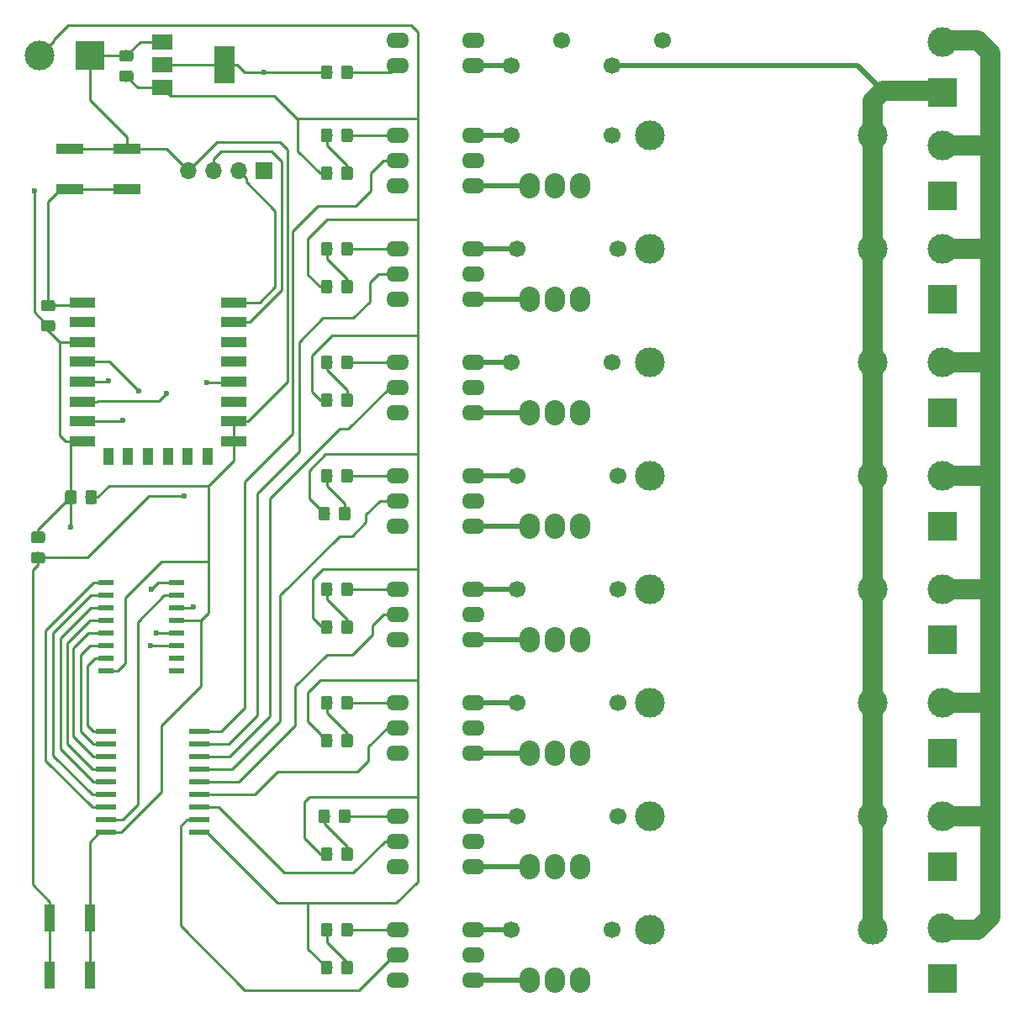
<source format=gtl>
G04 #@! TF.GenerationSoftware,KiCad,Pcbnew,5.0.1-33cea8e~68~ubuntu18.04.1*
G04 #@! TF.CreationDate,2018-11-29T09:03:48+01:00*
G04 #@! TF.ProjectId,8Dimmers,3844696D6D6572732E6B696361645F70,rev?*
G04 #@! TF.SameCoordinates,Original*
G04 #@! TF.FileFunction,Copper,L1,Top,Signal*
G04 #@! TF.FilePolarity,Positive*
%FSLAX46Y46*%
G04 Gerber Fmt 4.6, Leading zero omitted, Abs format (unit mm)*
G04 Created by KiCad (PCBNEW 5.0.1-33cea8e~68~ubuntu18.04.1) date jeu. 29 nov. 2018 09:03:48 CET*
%MOMM*%
%LPD*%
G01*
G04 APERTURE LIST*
G04 #@! TA.AperFunction,SMDPad,CuDef*
%ADD10R,1.000000X2.750000*%
G04 #@! TD*
G04 #@! TA.AperFunction,SMDPad,CuDef*
%ADD11R,2.000000X0.600000*%
G04 #@! TD*
G04 #@! TA.AperFunction,ComponentPad*
%ADD12O,2.300000X1.600000*%
G04 #@! TD*
G04 #@! TA.AperFunction,ComponentPad*
%ADD13O,2.032000X2.540000*%
G04 #@! TD*
G04 #@! TA.AperFunction,ComponentPad*
%ADD14C,3.000000*%
G04 #@! TD*
G04 #@! TA.AperFunction,ComponentPad*
%ADD15C,1.699260*%
G04 #@! TD*
G04 #@! TA.AperFunction,Conductor*
%ADD16C,0.100000*%
G04 #@! TD*
G04 #@! TA.AperFunction,SMDPad,CuDef*
%ADD17C,1.150000*%
G04 #@! TD*
G04 #@! TA.AperFunction,SMDPad,CuDef*
%ADD18R,2.750000X1.000000*%
G04 #@! TD*
G04 #@! TA.AperFunction,SMDPad,CuDef*
%ADD19R,2.500000X1.000000*%
G04 #@! TD*
G04 #@! TA.AperFunction,SMDPad,CuDef*
%ADD20R,1.000000X1.800000*%
G04 #@! TD*
G04 #@! TA.AperFunction,SMDPad,CuDef*
%ADD21R,1.500000X0.600000*%
G04 #@! TD*
G04 #@! TA.AperFunction,ComponentPad*
%ADD22R,3.000000X3.000000*%
G04 #@! TD*
G04 #@! TA.AperFunction,SMDPad,CuDef*
%ADD23R,2.000000X3.800000*%
G04 #@! TD*
G04 #@! TA.AperFunction,SMDPad,CuDef*
%ADD24R,2.000000X1.500000*%
G04 #@! TD*
G04 #@! TA.AperFunction,ComponentPad*
%ADD25R,1.700000X1.700000*%
G04 #@! TD*
G04 #@! TA.AperFunction,ComponentPad*
%ADD26O,1.700000X1.700000*%
G04 #@! TD*
G04 #@! TA.AperFunction,ViaPad*
%ADD27C,0.600000*%
G04 #@! TD*
G04 #@! TA.AperFunction,Conductor*
%ADD28C,0.250000*%
G04 #@! TD*
G04 #@! TA.AperFunction,Conductor*
%ADD29C,2.000000*%
G04 #@! TD*
G04 #@! TA.AperFunction,Conductor*
%ADD30C,0.500000*%
G04 #@! TD*
G04 APERTURE END LIST*
D10*
G04 #@! TO.P,SW2,1*
G04 #@! TO.N,/GPIO0*
X48832000Y-130892000D03*
X48832000Y-136652000D03*
G04 #@! TO.P,SW2,2*
G04 #@! TO.N,GND*
X52832000Y-136652000D03*
X52832000Y-130892000D03*
G04 #@! TD*
D11*
G04 #@! TO.P,U5,1*
G04 #@! TO.N,/I1*
X54482000Y-112141000D03*
G04 #@! TO.P,U5,2*
G04 #@! TO.N,/I2*
X54482000Y-113411000D03*
G04 #@! TO.P,U5,3*
G04 #@! TO.N,/I3*
X54482000Y-114681000D03*
G04 #@! TO.P,U5,4*
G04 #@! TO.N,/I4*
X54482000Y-115951000D03*
G04 #@! TO.P,U5,5*
G04 #@! TO.N,/I5*
X54482000Y-117221000D03*
G04 #@! TO.P,U5,6*
G04 #@! TO.N,/I6*
X54482000Y-118491000D03*
G04 #@! TO.P,U5,7*
G04 #@! TO.N,/I7*
X54482000Y-119761000D03*
G04 #@! TO.P,U5,8*
G04 #@! TO.N,/I8*
X54482000Y-121031000D03*
G04 #@! TO.P,U5,9*
G04 #@! TO.N,GND*
X54482000Y-122301000D03*
G04 #@! TO.P,U5,10*
G04 #@! TO.N,/5V*
X63882000Y-122301000D03*
G04 #@! TO.P,U5,11*
G04 #@! TO.N,/C7*
X63882000Y-121031000D03*
G04 #@! TO.P,U5,12*
G04 #@! TO.N,/C6*
X63882000Y-119761000D03*
G04 #@! TO.P,U5,13*
G04 #@! TO.N,/C5*
X63882000Y-118491000D03*
G04 #@! TO.P,U5,14*
G04 #@! TO.N,/C4*
X63882000Y-117221000D03*
G04 #@! TO.P,U5,15*
G04 #@! TO.N,/C3*
X63882000Y-115951000D03*
G04 #@! TO.P,U5,16*
G04 #@! TO.N,/C2*
X63882000Y-114681000D03*
G04 #@! TO.P,U5,17*
G04 #@! TO.N,/C1*
X63882000Y-113411000D03*
G04 #@! TO.P,U5,18*
G04 #@! TO.N,/C0*
X63882000Y-112141000D03*
G04 #@! TD*
D12*
G04 #@! TO.P,U1,1*
G04 #@! TO.N,Net-(R1-Pad2)*
X91440000Y-45085000D03*
G04 #@! TO.P,U1,2*
G04 #@! TO.N,Net-(R18-Pad2)*
X91440000Y-42545000D03*
G04 #@! TO.P,U1,3*
G04 #@! TO.N,GND*
X83820000Y-42545000D03*
G04 #@! TO.P,U1,4*
G04 #@! TO.N,/ZCD*
X83820000Y-45085000D03*
G04 #@! TD*
G04 #@! TO.P,U6,1*
G04 #@! TO.N,Net-(D1-Pad1)*
X83820000Y-52070000D03*
G04 #@! TO.P,U6,2*
G04 #@! TO.N,/C0*
X83820000Y-54610000D03*
G04 #@! TO.P,U6,3*
G04 #@! TO.N,N/C*
X83820000Y-57150000D03*
G04 #@! TO.P,U6,4*
G04 #@! TO.N,Net-(U14-Pad3)*
X91440000Y-57150000D03*
G04 #@! TO.P,U6,5*
G04 #@! TO.N,N/C*
X91440000Y-54610000D03*
G04 #@! TO.P,U6,6*
G04 #@! TO.N,Net-(R10-Pad1)*
X91440000Y-52070000D03*
G04 #@! TD*
G04 #@! TO.P,U7,1*
G04 #@! TO.N,Net-(D2-Pad1)*
X83820000Y-63500000D03*
G04 #@! TO.P,U7,2*
G04 #@! TO.N,/C1*
X83820000Y-66040000D03*
G04 #@! TO.P,U7,3*
G04 #@! TO.N,N/C*
X83820000Y-68580000D03*
G04 #@! TO.P,U7,4*
G04 #@! TO.N,Net-(U15-Pad3)*
X91440000Y-68580000D03*
G04 #@! TO.P,U7,5*
G04 #@! TO.N,N/C*
X91440000Y-66040000D03*
G04 #@! TO.P,U7,6*
G04 #@! TO.N,Net-(R11-Pad1)*
X91440000Y-63500000D03*
G04 #@! TD*
G04 #@! TO.P,U8,1*
G04 #@! TO.N,Net-(D3-Pad1)*
X83820000Y-74930000D03*
G04 #@! TO.P,U8,2*
G04 #@! TO.N,/C2*
X83820000Y-77470000D03*
G04 #@! TO.P,U8,3*
G04 #@! TO.N,N/C*
X83820000Y-80010000D03*
G04 #@! TO.P,U8,4*
G04 #@! TO.N,Net-(U16-Pad3)*
X91440000Y-80010000D03*
G04 #@! TO.P,U8,5*
G04 #@! TO.N,N/C*
X91440000Y-77470000D03*
G04 #@! TO.P,U8,6*
G04 #@! TO.N,Net-(R12-Pad1)*
X91440000Y-74930000D03*
G04 #@! TD*
G04 #@! TO.P,U9,1*
G04 #@! TO.N,Net-(D4-Pad1)*
X83820000Y-86360000D03*
G04 #@! TO.P,U9,2*
G04 #@! TO.N,/C3*
X83820000Y-88900000D03*
G04 #@! TO.P,U9,3*
G04 #@! TO.N,N/C*
X83820000Y-91440000D03*
G04 #@! TO.P,U9,4*
G04 #@! TO.N,Net-(U17-Pad3)*
X91440000Y-91440000D03*
G04 #@! TO.P,U9,5*
G04 #@! TO.N,N/C*
X91440000Y-88900000D03*
G04 #@! TO.P,U9,6*
G04 #@! TO.N,Net-(R13-Pad1)*
X91440000Y-86360000D03*
G04 #@! TD*
G04 #@! TO.P,U10,1*
G04 #@! TO.N,Net-(D5-Pad1)*
X83820000Y-97790000D03*
G04 #@! TO.P,U10,2*
G04 #@! TO.N,/C4*
X83820000Y-100330000D03*
G04 #@! TO.P,U10,3*
G04 #@! TO.N,N/C*
X83820000Y-102870000D03*
G04 #@! TO.P,U10,4*
G04 #@! TO.N,Net-(U10-Pad4)*
X91440000Y-102870000D03*
G04 #@! TO.P,U10,5*
G04 #@! TO.N,N/C*
X91440000Y-100330000D03*
G04 #@! TO.P,U10,6*
G04 #@! TO.N,Net-(R14-Pad1)*
X91440000Y-97790000D03*
G04 #@! TD*
G04 #@! TO.P,U11,1*
G04 #@! TO.N,Net-(D6-Pad1)*
X83820000Y-109220000D03*
G04 #@! TO.P,U11,2*
G04 #@! TO.N,/C5*
X83820000Y-111760000D03*
G04 #@! TO.P,U11,3*
G04 #@! TO.N,N/C*
X83820000Y-114300000D03*
G04 #@! TO.P,U11,4*
G04 #@! TO.N,Net-(U11-Pad4)*
X91440000Y-114300000D03*
G04 #@! TO.P,U11,5*
G04 #@! TO.N,N/C*
X91440000Y-111760000D03*
G04 #@! TO.P,U11,6*
G04 #@! TO.N,Net-(R15-Pad1)*
X91440000Y-109220000D03*
G04 #@! TD*
G04 #@! TO.P,U12,1*
G04 #@! TO.N,Net-(D7-Pad1)*
X83820000Y-120650000D03*
G04 #@! TO.P,U12,2*
G04 #@! TO.N,/C6*
X83820000Y-123190000D03*
G04 #@! TO.P,U12,3*
G04 #@! TO.N,N/C*
X83820000Y-125730000D03*
G04 #@! TO.P,U12,4*
G04 #@! TO.N,Net-(U12-Pad4)*
X91440000Y-125730000D03*
G04 #@! TO.P,U12,5*
G04 #@! TO.N,N/C*
X91440000Y-123190000D03*
G04 #@! TO.P,U12,6*
G04 #@! TO.N,Net-(R16-Pad1)*
X91440000Y-120650000D03*
G04 #@! TD*
G04 #@! TO.P,U13,1*
G04 #@! TO.N,Net-(D8-Pad1)*
X83820000Y-132080000D03*
G04 #@! TO.P,U13,2*
G04 #@! TO.N,/C7*
X83820000Y-134620000D03*
G04 #@! TO.P,U13,3*
G04 #@! TO.N,N/C*
X83820000Y-137160000D03*
G04 #@! TO.P,U13,4*
G04 #@! TO.N,Net-(U13-Pad4)*
X91440000Y-137160000D03*
G04 #@! TO.P,U13,5*
G04 #@! TO.N,N/C*
X91440000Y-134620000D03*
G04 #@! TO.P,U13,6*
G04 #@! TO.N,Net-(R17-Pad1)*
X91440000Y-132080000D03*
G04 #@! TD*
D13*
G04 #@! TO.P,U14,2*
G04 #@! TO.N,Net-(F1-Pad1)*
X99695000Y-57150000D03*
G04 #@! TO.P,U14,3*
G04 #@! TO.N,Net-(U14-Pad3)*
X97155000Y-57150000D03*
G04 #@! TO.P,U14,1*
G04 #@! TO.N,/PH_0*
X102235000Y-57150000D03*
G04 #@! TD*
G04 #@! TO.P,U15,2*
G04 #@! TO.N,Net-(F2-Pad1)*
X99695000Y-68580000D03*
G04 #@! TO.P,U15,3*
G04 #@! TO.N,Net-(U15-Pad3)*
X97155000Y-68580000D03*
G04 #@! TO.P,U15,1*
G04 #@! TO.N,/PH_1*
X102235000Y-68580000D03*
G04 #@! TD*
G04 #@! TO.P,U16,2*
G04 #@! TO.N,Net-(F3-Pad1)*
X99695000Y-80010000D03*
G04 #@! TO.P,U16,3*
G04 #@! TO.N,Net-(U16-Pad3)*
X97155000Y-80010000D03*
G04 #@! TO.P,U16,1*
G04 #@! TO.N,/PH_2*
X102235000Y-80010000D03*
G04 #@! TD*
G04 #@! TO.P,U17,2*
G04 #@! TO.N,Net-(F4-Pad1)*
X99695000Y-91440000D03*
G04 #@! TO.P,U17,3*
G04 #@! TO.N,Net-(U17-Pad3)*
X97155000Y-91440000D03*
G04 #@! TO.P,U17,1*
G04 #@! TO.N,/PH_3*
X102235000Y-91440000D03*
G04 #@! TD*
G04 #@! TO.P,U18,2*
G04 #@! TO.N,Net-(F5-Pad1)*
X99695000Y-102870000D03*
G04 #@! TO.P,U18,3*
G04 #@! TO.N,Net-(U10-Pad4)*
X97155000Y-102870000D03*
G04 #@! TO.P,U18,1*
G04 #@! TO.N,/PH_4*
X102235000Y-102870000D03*
G04 #@! TD*
G04 #@! TO.P,U19,2*
G04 #@! TO.N,Net-(F6-Pad1)*
X99695000Y-114300000D03*
G04 #@! TO.P,U19,3*
G04 #@! TO.N,Net-(U11-Pad4)*
X97155000Y-114300000D03*
G04 #@! TO.P,U19,1*
G04 #@! TO.N,/PH_5*
X102235000Y-114300000D03*
G04 #@! TD*
G04 #@! TO.P,U20,2*
G04 #@! TO.N,Net-(F7-Pad1)*
X99695000Y-125730000D03*
G04 #@! TO.P,U20,3*
G04 #@! TO.N,Net-(U12-Pad4)*
X97155000Y-125730000D03*
G04 #@! TO.P,U20,1*
G04 #@! TO.N,/PH_6*
X102235000Y-125730000D03*
G04 #@! TD*
G04 #@! TO.P,U21,2*
G04 #@! TO.N,Net-(F8-Pad1)*
X99695000Y-137160000D03*
G04 #@! TO.P,U21,3*
G04 #@! TO.N,Net-(U13-Pad4)*
X97155000Y-137160000D03*
G04 #@! TO.P,U21,1*
G04 #@! TO.N,/PH_7*
X102235000Y-137160000D03*
G04 #@! TD*
D14*
G04 #@! TO.P,F1,1*
G04 #@! TO.N,Net-(F1-Pad1)*
X109220000Y-52070000D03*
G04 #@! TO.P,F1,2*
G04 #@! TO.N,/PH_IN*
X131720000Y-52070000D03*
G04 #@! TD*
G04 #@! TO.P,F2,1*
G04 #@! TO.N,Net-(F2-Pad1)*
X109220000Y-63500000D03*
G04 #@! TO.P,F2,2*
G04 #@! TO.N,/PH_IN*
X131720000Y-63500000D03*
G04 #@! TD*
G04 #@! TO.P,F3,1*
G04 #@! TO.N,Net-(F3-Pad1)*
X109220000Y-74930000D03*
G04 #@! TO.P,F3,2*
G04 #@! TO.N,/PH_IN*
X131720000Y-74930000D03*
G04 #@! TD*
G04 #@! TO.P,F4,1*
G04 #@! TO.N,Net-(F4-Pad1)*
X109220000Y-86360000D03*
G04 #@! TO.P,F4,2*
G04 #@! TO.N,/PH_IN*
X131720000Y-86360000D03*
G04 #@! TD*
G04 #@! TO.P,F5,1*
G04 #@! TO.N,Net-(F5-Pad1)*
X109220000Y-97790000D03*
G04 #@! TO.P,F5,2*
G04 #@! TO.N,/PH_IN*
X131720000Y-97790000D03*
G04 #@! TD*
G04 #@! TO.P,F6,1*
G04 #@! TO.N,Net-(F6-Pad1)*
X109220000Y-109220000D03*
G04 #@! TO.P,F6,2*
G04 #@! TO.N,/PH_IN*
X131720000Y-109220000D03*
G04 #@! TD*
G04 #@! TO.P,F7,1*
G04 #@! TO.N,Net-(F7-Pad1)*
X109220000Y-120650000D03*
G04 #@! TO.P,F7,2*
G04 #@! TO.N,/PH_IN*
X131720000Y-120650000D03*
G04 #@! TD*
G04 #@! TO.P,F8,1*
G04 #@! TO.N,Net-(F8-Pad1)*
X109220000Y-132080000D03*
G04 #@! TO.P,F8,2*
G04 #@! TO.N,/PH_IN*
X131720000Y-132080000D03*
G04 #@! TD*
D15*
G04 #@! TO.P,R1,2*
G04 #@! TO.N,Net-(R1-Pad2)*
X95249480Y-45087540D03*
G04 #@! TO.P,R1,1*
G04 #@! TO.N,/PH_IN*
X105409480Y-45087540D03*
G04 #@! TD*
G04 #@! TO.P,R10,2*
G04 #@! TO.N,Net-(F1-Pad1)*
X105410520Y-52067460D03*
G04 #@! TO.P,R10,1*
G04 #@! TO.N,Net-(R10-Pad1)*
X95250520Y-52067460D03*
G04 #@! TD*
G04 #@! TO.P,R11,2*
G04 #@! TO.N,Net-(F2-Pad1)*
X106045520Y-63497460D03*
G04 #@! TO.P,R11,1*
G04 #@! TO.N,Net-(R11-Pad1)*
X95885520Y-63497460D03*
G04 #@! TD*
G04 #@! TO.P,R12,2*
G04 #@! TO.N,Net-(F3-Pad1)*
X105410520Y-74927460D03*
G04 #@! TO.P,R12,1*
G04 #@! TO.N,Net-(R12-Pad1)*
X95250520Y-74927460D03*
G04 #@! TD*
G04 #@! TO.P,R13,2*
G04 #@! TO.N,Net-(F4-Pad1)*
X106045520Y-86357460D03*
G04 #@! TO.P,R13,1*
G04 #@! TO.N,Net-(R13-Pad1)*
X95885520Y-86357460D03*
G04 #@! TD*
G04 #@! TO.P,R14,2*
G04 #@! TO.N,Net-(F5-Pad1)*
X106045520Y-97787460D03*
G04 #@! TO.P,R14,1*
G04 #@! TO.N,Net-(R14-Pad1)*
X95885520Y-97787460D03*
G04 #@! TD*
G04 #@! TO.P,R15,2*
G04 #@! TO.N,Net-(F6-Pad1)*
X106045520Y-109217460D03*
G04 #@! TO.P,R15,1*
G04 #@! TO.N,Net-(R15-Pad1)*
X95885520Y-109217460D03*
G04 #@! TD*
G04 #@! TO.P,R16,2*
G04 #@! TO.N,Net-(F7-Pad1)*
X106045520Y-120647460D03*
G04 #@! TO.P,R16,1*
G04 #@! TO.N,Net-(R16-Pad1)*
X95885520Y-120647460D03*
G04 #@! TD*
G04 #@! TO.P,R17,2*
G04 #@! TO.N,Net-(F8-Pad1)*
X105410520Y-132077460D03*
G04 #@! TO.P,R17,1*
G04 #@! TO.N,Net-(R17-Pad1)*
X95250520Y-132077460D03*
G04 #@! TD*
G04 #@! TO.P,R18,2*
G04 #@! TO.N,Net-(R18-Pad2)*
X100329480Y-42547540D03*
G04 #@! TO.P,R18,1*
G04 #@! TO.N,/N*
X110489480Y-42547540D03*
G04 #@! TD*
D16*
G04 #@! TO.N,/5V*
G04 #@! TO.C,C2*
G36*
X56989505Y-45536204D02*
X57013773Y-45539804D01*
X57037572Y-45545765D01*
X57060671Y-45554030D01*
X57082850Y-45564520D01*
X57103893Y-45577132D01*
X57123599Y-45591747D01*
X57141777Y-45608223D01*
X57158253Y-45626401D01*
X57172868Y-45646107D01*
X57185480Y-45667150D01*
X57195970Y-45689329D01*
X57204235Y-45712428D01*
X57210196Y-45736227D01*
X57213796Y-45760495D01*
X57215000Y-45784999D01*
X57215000Y-46435001D01*
X57213796Y-46459505D01*
X57210196Y-46483773D01*
X57204235Y-46507572D01*
X57195970Y-46530671D01*
X57185480Y-46552850D01*
X57172868Y-46573893D01*
X57158253Y-46593599D01*
X57141777Y-46611777D01*
X57123599Y-46628253D01*
X57103893Y-46642868D01*
X57082850Y-46655480D01*
X57060671Y-46665970D01*
X57037572Y-46674235D01*
X57013773Y-46680196D01*
X56989505Y-46683796D01*
X56965001Y-46685000D01*
X56064999Y-46685000D01*
X56040495Y-46683796D01*
X56016227Y-46680196D01*
X55992428Y-46674235D01*
X55969329Y-46665970D01*
X55947150Y-46655480D01*
X55926107Y-46642868D01*
X55906401Y-46628253D01*
X55888223Y-46611777D01*
X55871747Y-46593599D01*
X55857132Y-46573893D01*
X55844520Y-46552850D01*
X55834030Y-46530671D01*
X55825765Y-46507572D01*
X55819804Y-46483773D01*
X55816204Y-46459505D01*
X55815000Y-46435001D01*
X55815000Y-45784999D01*
X55816204Y-45760495D01*
X55819804Y-45736227D01*
X55825765Y-45712428D01*
X55834030Y-45689329D01*
X55844520Y-45667150D01*
X55857132Y-45646107D01*
X55871747Y-45626401D01*
X55888223Y-45608223D01*
X55906401Y-45591747D01*
X55926107Y-45577132D01*
X55947150Y-45564520D01*
X55969329Y-45554030D01*
X55992428Y-45545765D01*
X56016227Y-45539804D01*
X56040495Y-45536204D01*
X56064999Y-45535000D01*
X56965001Y-45535000D01*
X56989505Y-45536204D01*
X56989505Y-45536204D01*
G37*
D17*
G04 #@! TD*
G04 #@! TO.P,C2,1*
G04 #@! TO.N,/5V*
X56515000Y-46110000D03*
D16*
G04 #@! TO.N,GND*
G04 #@! TO.C,C2*
G36*
X56989505Y-43486204D02*
X57013773Y-43489804D01*
X57037572Y-43495765D01*
X57060671Y-43504030D01*
X57082850Y-43514520D01*
X57103893Y-43527132D01*
X57123599Y-43541747D01*
X57141777Y-43558223D01*
X57158253Y-43576401D01*
X57172868Y-43596107D01*
X57185480Y-43617150D01*
X57195970Y-43639329D01*
X57204235Y-43662428D01*
X57210196Y-43686227D01*
X57213796Y-43710495D01*
X57215000Y-43734999D01*
X57215000Y-44385001D01*
X57213796Y-44409505D01*
X57210196Y-44433773D01*
X57204235Y-44457572D01*
X57195970Y-44480671D01*
X57185480Y-44502850D01*
X57172868Y-44523893D01*
X57158253Y-44543599D01*
X57141777Y-44561777D01*
X57123599Y-44578253D01*
X57103893Y-44592868D01*
X57082850Y-44605480D01*
X57060671Y-44615970D01*
X57037572Y-44624235D01*
X57013773Y-44630196D01*
X56989505Y-44633796D01*
X56965001Y-44635000D01*
X56064999Y-44635000D01*
X56040495Y-44633796D01*
X56016227Y-44630196D01*
X55992428Y-44624235D01*
X55969329Y-44615970D01*
X55947150Y-44605480D01*
X55926107Y-44592868D01*
X55906401Y-44578253D01*
X55888223Y-44561777D01*
X55871747Y-44543599D01*
X55857132Y-44523893D01*
X55844520Y-44502850D01*
X55834030Y-44480671D01*
X55825765Y-44457572D01*
X55819804Y-44433773D01*
X55816204Y-44409505D01*
X55815000Y-44385001D01*
X55815000Y-43734999D01*
X55816204Y-43710495D01*
X55819804Y-43686227D01*
X55825765Y-43662428D01*
X55834030Y-43639329D01*
X55844520Y-43617150D01*
X55857132Y-43596107D01*
X55871747Y-43576401D01*
X55888223Y-43558223D01*
X55906401Y-43541747D01*
X55926107Y-43527132D01*
X55947150Y-43514520D01*
X55969329Y-43504030D01*
X55992428Y-43495765D01*
X56016227Y-43489804D01*
X56040495Y-43486204D01*
X56064999Y-43485000D01*
X56965001Y-43485000D01*
X56989505Y-43486204D01*
X56989505Y-43486204D01*
G37*
D17*
G04 #@! TD*
G04 #@! TO.P,C2,2*
G04 #@! TO.N,GND*
X56515000Y-44060000D03*
D16*
G04 #@! TO.N,GND*
G04 #@! TO.C,C5*
G36*
X53326505Y-87820204D02*
X53350773Y-87823804D01*
X53374572Y-87829765D01*
X53397671Y-87838030D01*
X53419850Y-87848520D01*
X53440893Y-87861132D01*
X53460599Y-87875747D01*
X53478777Y-87892223D01*
X53495253Y-87910401D01*
X53509868Y-87930107D01*
X53522480Y-87951150D01*
X53532970Y-87973329D01*
X53541235Y-87996428D01*
X53547196Y-88020227D01*
X53550796Y-88044495D01*
X53552000Y-88068999D01*
X53552000Y-88969001D01*
X53550796Y-88993505D01*
X53547196Y-89017773D01*
X53541235Y-89041572D01*
X53532970Y-89064671D01*
X53522480Y-89086850D01*
X53509868Y-89107893D01*
X53495253Y-89127599D01*
X53478777Y-89145777D01*
X53460599Y-89162253D01*
X53440893Y-89176868D01*
X53419850Y-89189480D01*
X53397671Y-89199970D01*
X53374572Y-89208235D01*
X53350773Y-89214196D01*
X53326505Y-89217796D01*
X53302001Y-89219000D01*
X52651999Y-89219000D01*
X52627495Y-89217796D01*
X52603227Y-89214196D01*
X52579428Y-89208235D01*
X52556329Y-89199970D01*
X52534150Y-89189480D01*
X52513107Y-89176868D01*
X52493401Y-89162253D01*
X52475223Y-89145777D01*
X52458747Y-89127599D01*
X52444132Y-89107893D01*
X52431520Y-89086850D01*
X52421030Y-89064671D01*
X52412765Y-89041572D01*
X52406804Y-89017773D01*
X52403204Y-88993505D01*
X52402000Y-88969001D01*
X52402000Y-88068999D01*
X52403204Y-88044495D01*
X52406804Y-88020227D01*
X52412765Y-87996428D01*
X52421030Y-87973329D01*
X52431520Y-87951150D01*
X52444132Y-87930107D01*
X52458747Y-87910401D01*
X52475223Y-87892223D01*
X52493401Y-87875747D01*
X52513107Y-87861132D01*
X52534150Y-87848520D01*
X52556329Y-87838030D01*
X52579428Y-87829765D01*
X52603227Y-87823804D01*
X52627495Y-87820204D01*
X52651999Y-87819000D01*
X53302001Y-87819000D01*
X53326505Y-87820204D01*
X53326505Y-87820204D01*
G37*
D17*
G04 #@! TD*
G04 #@! TO.P,C5,2*
G04 #@! TO.N,GND*
X52977000Y-88519000D03*
D16*
G04 #@! TO.N,/3V3*
G04 #@! TO.C,C5*
G36*
X51276505Y-87820204D02*
X51300773Y-87823804D01*
X51324572Y-87829765D01*
X51347671Y-87838030D01*
X51369850Y-87848520D01*
X51390893Y-87861132D01*
X51410599Y-87875747D01*
X51428777Y-87892223D01*
X51445253Y-87910401D01*
X51459868Y-87930107D01*
X51472480Y-87951150D01*
X51482970Y-87973329D01*
X51491235Y-87996428D01*
X51497196Y-88020227D01*
X51500796Y-88044495D01*
X51502000Y-88068999D01*
X51502000Y-88969001D01*
X51500796Y-88993505D01*
X51497196Y-89017773D01*
X51491235Y-89041572D01*
X51482970Y-89064671D01*
X51472480Y-89086850D01*
X51459868Y-89107893D01*
X51445253Y-89127599D01*
X51428777Y-89145777D01*
X51410599Y-89162253D01*
X51390893Y-89176868D01*
X51369850Y-89189480D01*
X51347671Y-89199970D01*
X51324572Y-89208235D01*
X51300773Y-89214196D01*
X51276505Y-89217796D01*
X51252001Y-89219000D01*
X50601999Y-89219000D01*
X50577495Y-89217796D01*
X50553227Y-89214196D01*
X50529428Y-89208235D01*
X50506329Y-89199970D01*
X50484150Y-89189480D01*
X50463107Y-89176868D01*
X50443401Y-89162253D01*
X50425223Y-89145777D01*
X50408747Y-89127599D01*
X50394132Y-89107893D01*
X50381520Y-89086850D01*
X50371030Y-89064671D01*
X50362765Y-89041572D01*
X50356804Y-89017773D01*
X50353204Y-88993505D01*
X50352000Y-88969001D01*
X50352000Y-88068999D01*
X50353204Y-88044495D01*
X50356804Y-88020227D01*
X50362765Y-87996428D01*
X50371030Y-87973329D01*
X50381520Y-87951150D01*
X50394132Y-87930107D01*
X50408747Y-87910401D01*
X50425223Y-87892223D01*
X50443401Y-87875747D01*
X50463107Y-87861132D01*
X50484150Y-87848520D01*
X50506329Y-87838030D01*
X50529428Y-87829765D01*
X50553227Y-87823804D01*
X50577495Y-87820204D01*
X50601999Y-87819000D01*
X51252001Y-87819000D01*
X51276505Y-87820204D01*
X51276505Y-87820204D01*
G37*
D17*
G04 #@! TD*
G04 #@! TO.P,C5,1*
G04 #@! TO.N,/3V3*
X50927000Y-88519000D03*
D16*
G04 #@! TO.N,Net-(D1-Pad1)*
G04 #@! TO.C,D1*
G36*
X79089505Y-51371204D02*
X79113773Y-51374804D01*
X79137572Y-51380765D01*
X79160671Y-51389030D01*
X79182850Y-51399520D01*
X79203893Y-51412132D01*
X79223599Y-51426747D01*
X79241777Y-51443223D01*
X79258253Y-51461401D01*
X79272868Y-51481107D01*
X79285480Y-51502150D01*
X79295970Y-51524329D01*
X79304235Y-51547428D01*
X79310196Y-51571227D01*
X79313796Y-51595495D01*
X79315000Y-51619999D01*
X79315000Y-52520001D01*
X79313796Y-52544505D01*
X79310196Y-52568773D01*
X79304235Y-52592572D01*
X79295970Y-52615671D01*
X79285480Y-52637850D01*
X79272868Y-52658893D01*
X79258253Y-52678599D01*
X79241777Y-52696777D01*
X79223599Y-52713253D01*
X79203893Y-52727868D01*
X79182850Y-52740480D01*
X79160671Y-52750970D01*
X79137572Y-52759235D01*
X79113773Y-52765196D01*
X79089505Y-52768796D01*
X79065001Y-52770000D01*
X78414999Y-52770000D01*
X78390495Y-52768796D01*
X78366227Y-52765196D01*
X78342428Y-52759235D01*
X78319329Y-52750970D01*
X78297150Y-52740480D01*
X78276107Y-52727868D01*
X78256401Y-52713253D01*
X78238223Y-52696777D01*
X78221747Y-52678599D01*
X78207132Y-52658893D01*
X78194520Y-52637850D01*
X78184030Y-52615671D01*
X78175765Y-52592572D01*
X78169804Y-52568773D01*
X78166204Y-52544505D01*
X78165000Y-52520001D01*
X78165000Y-51619999D01*
X78166204Y-51595495D01*
X78169804Y-51571227D01*
X78175765Y-51547428D01*
X78184030Y-51524329D01*
X78194520Y-51502150D01*
X78207132Y-51481107D01*
X78221747Y-51461401D01*
X78238223Y-51443223D01*
X78256401Y-51426747D01*
X78276107Y-51412132D01*
X78297150Y-51399520D01*
X78319329Y-51389030D01*
X78342428Y-51380765D01*
X78366227Y-51374804D01*
X78390495Y-51371204D01*
X78414999Y-51370000D01*
X79065001Y-51370000D01*
X79089505Y-51371204D01*
X79089505Y-51371204D01*
G37*
D17*
G04 #@! TD*
G04 #@! TO.P,D1,1*
G04 #@! TO.N,Net-(D1-Pad1)*
X78740000Y-52070000D03*
D16*
G04 #@! TO.N,Net-(D1-Pad2)*
G04 #@! TO.C,D1*
G36*
X77039505Y-51371204D02*
X77063773Y-51374804D01*
X77087572Y-51380765D01*
X77110671Y-51389030D01*
X77132850Y-51399520D01*
X77153893Y-51412132D01*
X77173599Y-51426747D01*
X77191777Y-51443223D01*
X77208253Y-51461401D01*
X77222868Y-51481107D01*
X77235480Y-51502150D01*
X77245970Y-51524329D01*
X77254235Y-51547428D01*
X77260196Y-51571227D01*
X77263796Y-51595495D01*
X77265000Y-51619999D01*
X77265000Y-52520001D01*
X77263796Y-52544505D01*
X77260196Y-52568773D01*
X77254235Y-52592572D01*
X77245970Y-52615671D01*
X77235480Y-52637850D01*
X77222868Y-52658893D01*
X77208253Y-52678599D01*
X77191777Y-52696777D01*
X77173599Y-52713253D01*
X77153893Y-52727868D01*
X77132850Y-52740480D01*
X77110671Y-52750970D01*
X77087572Y-52759235D01*
X77063773Y-52765196D01*
X77039505Y-52768796D01*
X77015001Y-52770000D01*
X76364999Y-52770000D01*
X76340495Y-52768796D01*
X76316227Y-52765196D01*
X76292428Y-52759235D01*
X76269329Y-52750970D01*
X76247150Y-52740480D01*
X76226107Y-52727868D01*
X76206401Y-52713253D01*
X76188223Y-52696777D01*
X76171747Y-52678599D01*
X76157132Y-52658893D01*
X76144520Y-52637850D01*
X76134030Y-52615671D01*
X76125765Y-52592572D01*
X76119804Y-52568773D01*
X76116204Y-52544505D01*
X76115000Y-52520001D01*
X76115000Y-51619999D01*
X76116204Y-51595495D01*
X76119804Y-51571227D01*
X76125765Y-51547428D01*
X76134030Y-51524329D01*
X76144520Y-51502150D01*
X76157132Y-51481107D01*
X76171747Y-51461401D01*
X76188223Y-51443223D01*
X76206401Y-51426747D01*
X76226107Y-51412132D01*
X76247150Y-51399520D01*
X76269329Y-51389030D01*
X76292428Y-51380765D01*
X76316227Y-51374804D01*
X76340495Y-51371204D01*
X76364999Y-51370000D01*
X77015001Y-51370000D01*
X77039505Y-51371204D01*
X77039505Y-51371204D01*
G37*
D17*
G04 #@! TD*
G04 #@! TO.P,D1,2*
G04 #@! TO.N,Net-(D1-Pad2)*
X76690000Y-52070000D03*
D16*
G04 #@! TO.N,Net-(D2-Pad2)*
G04 #@! TO.C,D2*
G36*
X77039505Y-62801204D02*
X77063773Y-62804804D01*
X77087572Y-62810765D01*
X77110671Y-62819030D01*
X77132850Y-62829520D01*
X77153893Y-62842132D01*
X77173599Y-62856747D01*
X77191777Y-62873223D01*
X77208253Y-62891401D01*
X77222868Y-62911107D01*
X77235480Y-62932150D01*
X77245970Y-62954329D01*
X77254235Y-62977428D01*
X77260196Y-63001227D01*
X77263796Y-63025495D01*
X77265000Y-63049999D01*
X77265000Y-63950001D01*
X77263796Y-63974505D01*
X77260196Y-63998773D01*
X77254235Y-64022572D01*
X77245970Y-64045671D01*
X77235480Y-64067850D01*
X77222868Y-64088893D01*
X77208253Y-64108599D01*
X77191777Y-64126777D01*
X77173599Y-64143253D01*
X77153893Y-64157868D01*
X77132850Y-64170480D01*
X77110671Y-64180970D01*
X77087572Y-64189235D01*
X77063773Y-64195196D01*
X77039505Y-64198796D01*
X77015001Y-64200000D01*
X76364999Y-64200000D01*
X76340495Y-64198796D01*
X76316227Y-64195196D01*
X76292428Y-64189235D01*
X76269329Y-64180970D01*
X76247150Y-64170480D01*
X76226107Y-64157868D01*
X76206401Y-64143253D01*
X76188223Y-64126777D01*
X76171747Y-64108599D01*
X76157132Y-64088893D01*
X76144520Y-64067850D01*
X76134030Y-64045671D01*
X76125765Y-64022572D01*
X76119804Y-63998773D01*
X76116204Y-63974505D01*
X76115000Y-63950001D01*
X76115000Y-63049999D01*
X76116204Y-63025495D01*
X76119804Y-63001227D01*
X76125765Y-62977428D01*
X76134030Y-62954329D01*
X76144520Y-62932150D01*
X76157132Y-62911107D01*
X76171747Y-62891401D01*
X76188223Y-62873223D01*
X76206401Y-62856747D01*
X76226107Y-62842132D01*
X76247150Y-62829520D01*
X76269329Y-62819030D01*
X76292428Y-62810765D01*
X76316227Y-62804804D01*
X76340495Y-62801204D01*
X76364999Y-62800000D01*
X77015001Y-62800000D01*
X77039505Y-62801204D01*
X77039505Y-62801204D01*
G37*
D17*
G04 #@! TD*
G04 #@! TO.P,D2,2*
G04 #@! TO.N,Net-(D2-Pad2)*
X76690000Y-63500000D03*
D16*
G04 #@! TO.N,Net-(D2-Pad1)*
G04 #@! TO.C,D2*
G36*
X79089505Y-62801204D02*
X79113773Y-62804804D01*
X79137572Y-62810765D01*
X79160671Y-62819030D01*
X79182850Y-62829520D01*
X79203893Y-62842132D01*
X79223599Y-62856747D01*
X79241777Y-62873223D01*
X79258253Y-62891401D01*
X79272868Y-62911107D01*
X79285480Y-62932150D01*
X79295970Y-62954329D01*
X79304235Y-62977428D01*
X79310196Y-63001227D01*
X79313796Y-63025495D01*
X79315000Y-63049999D01*
X79315000Y-63950001D01*
X79313796Y-63974505D01*
X79310196Y-63998773D01*
X79304235Y-64022572D01*
X79295970Y-64045671D01*
X79285480Y-64067850D01*
X79272868Y-64088893D01*
X79258253Y-64108599D01*
X79241777Y-64126777D01*
X79223599Y-64143253D01*
X79203893Y-64157868D01*
X79182850Y-64170480D01*
X79160671Y-64180970D01*
X79137572Y-64189235D01*
X79113773Y-64195196D01*
X79089505Y-64198796D01*
X79065001Y-64200000D01*
X78414999Y-64200000D01*
X78390495Y-64198796D01*
X78366227Y-64195196D01*
X78342428Y-64189235D01*
X78319329Y-64180970D01*
X78297150Y-64170480D01*
X78276107Y-64157868D01*
X78256401Y-64143253D01*
X78238223Y-64126777D01*
X78221747Y-64108599D01*
X78207132Y-64088893D01*
X78194520Y-64067850D01*
X78184030Y-64045671D01*
X78175765Y-64022572D01*
X78169804Y-63998773D01*
X78166204Y-63974505D01*
X78165000Y-63950001D01*
X78165000Y-63049999D01*
X78166204Y-63025495D01*
X78169804Y-63001227D01*
X78175765Y-62977428D01*
X78184030Y-62954329D01*
X78194520Y-62932150D01*
X78207132Y-62911107D01*
X78221747Y-62891401D01*
X78238223Y-62873223D01*
X78256401Y-62856747D01*
X78276107Y-62842132D01*
X78297150Y-62829520D01*
X78319329Y-62819030D01*
X78342428Y-62810765D01*
X78366227Y-62804804D01*
X78390495Y-62801204D01*
X78414999Y-62800000D01*
X79065001Y-62800000D01*
X79089505Y-62801204D01*
X79089505Y-62801204D01*
G37*
D17*
G04 #@! TD*
G04 #@! TO.P,D2,1*
G04 #@! TO.N,Net-(D2-Pad1)*
X78740000Y-63500000D03*
D16*
G04 #@! TO.N,Net-(D3-Pad1)*
G04 #@! TO.C,D3*
G36*
X79089505Y-74231204D02*
X79113773Y-74234804D01*
X79137572Y-74240765D01*
X79160671Y-74249030D01*
X79182850Y-74259520D01*
X79203893Y-74272132D01*
X79223599Y-74286747D01*
X79241777Y-74303223D01*
X79258253Y-74321401D01*
X79272868Y-74341107D01*
X79285480Y-74362150D01*
X79295970Y-74384329D01*
X79304235Y-74407428D01*
X79310196Y-74431227D01*
X79313796Y-74455495D01*
X79315000Y-74479999D01*
X79315000Y-75380001D01*
X79313796Y-75404505D01*
X79310196Y-75428773D01*
X79304235Y-75452572D01*
X79295970Y-75475671D01*
X79285480Y-75497850D01*
X79272868Y-75518893D01*
X79258253Y-75538599D01*
X79241777Y-75556777D01*
X79223599Y-75573253D01*
X79203893Y-75587868D01*
X79182850Y-75600480D01*
X79160671Y-75610970D01*
X79137572Y-75619235D01*
X79113773Y-75625196D01*
X79089505Y-75628796D01*
X79065001Y-75630000D01*
X78414999Y-75630000D01*
X78390495Y-75628796D01*
X78366227Y-75625196D01*
X78342428Y-75619235D01*
X78319329Y-75610970D01*
X78297150Y-75600480D01*
X78276107Y-75587868D01*
X78256401Y-75573253D01*
X78238223Y-75556777D01*
X78221747Y-75538599D01*
X78207132Y-75518893D01*
X78194520Y-75497850D01*
X78184030Y-75475671D01*
X78175765Y-75452572D01*
X78169804Y-75428773D01*
X78166204Y-75404505D01*
X78165000Y-75380001D01*
X78165000Y-74479999D01*
X78166204Y-74455495D01*
X78169804Y-74431227D01*
X78175765Y-74407428D01*
X78184030Y-74384329D01*
X78194520Y-74362150D01*
X78207132Y-74341107D01*
X78221747Y-74321401D01*
X78238223Y-74303223D01*
X78256401Y-74286747D01*
X78276107Y-74272132D01*
X78297150Y-74259520D01*
X78319329Y-74249030D01*
X78342428Y-74240765D01*
X78366227Y-74234804D01*
X78390495Y-74231204D01*
X78414999Y-74230000D01*
X79065001Y-74230000D01*
X79089505Y-74231204D01*
X79089505Y-74231204D01*
G37*
D17*
G04 #@! TD*
G04 #@! TO.P,D3,1*
G04 #@! TO.N,Net-(D3-Pad1)*
X78740000Y-74930000D03*
D16*
G04 #@! TO.N,Net-(D3-Pad2)*
G04 #@! TO.C,D3*
G36*
X77039505Y-74231204D02*
X77063773Y-74234804D01*
X77087572Y-74240765D01*
X77110671Y-74249030D01*
X77132850Y-74259520D01*
X77153893Y-74272132D01*
X77173599Y-74286747D01*
X77191777Y-74303223D01*
X77208253Y-74321401D01*
X77222868Y-74341107D01*
X77235480Y-74362150D01*
X77245970Y-74384329D01*
X77254235Y-74407428D01*
X77260196Y-74431227D01*
X77263796Y-74455495D01*
X77265000Y-74479999D01*
X77265000Y-75380001D01*
X77263796Y-75404505D01*
X77260196Y-75428773D01*
X77254235Y-75452572D01*
X77245970Y-75475671D01*
X77235480Y-75497850D01*
X77222868Y-75518893D01*
X77208253Y-75538599D01*
X77191777Y-75556777D01*
X77173599Y-75573253D01*
X77153893Y-75587868D01*
X77132850Y-75600480D01*
X77110671Y-75610970D01*
X77087572Y-75619235D01*
X77063773Y-75625196D01*
X77039505Y-75628796D01*
X77015001Y-75630000D01*
X76364999Y-75630000D01*
X76340495Y-75628796D01*
X76316227Y-75625196D01*
X76292428Y-75619235D01*
X76269329Y-75610970D01*
X76247150Y-75600480D01*
X76226107Y-75587868D01*
X76206401Y-75573253D01*
X76188223Y-75556777D01*
X76171747Y-75538599D01*
X76157132Y-75518893D01*
X76144520Y-75497850D01*
X76134030Y-75475671D01*
X76125765Y-75452572D01*
X76119804Y-75428773D01*
X76116204Y-75404505D01*
X76115000Y-75380001D01*
X76115000Y-74479999D01*
X76116204Y-74455495D01*
X76119804Y-74431227D01*
X76125765Y-74407428D01*
X76134030Y-74384329D01*
X76144520Y-74362150D01*
X76157132Y-74341107D01*
X76171747Y-74321401D01*
X76188223Y-74303223D01*
X76206401Y-74286747D01*
X76226107Y-74272132D01*
X76247150Y-74259520D01*
X76269329Y-74249030D01*
X76292428Y-74240765D01*
X76316227Y-74234804D01*
X76340495Y-74231204D01*
X76364999Y-74230000D01*
X77015001Y-74230000D01*
X77039505Y-74231204D01*
X77039505Y-74231204D01*
G37*
D17*
G04 #@! TD*
G04 #@! TO.P,D3,2*
G04 #@! TO.N,Net-(D3-Pad2)*
X76690000Y-74930000D03*
D16*
G04 #@! TO.N,Net-(D4-Pad2)*
G04 #@! TO.C,D4*
G36*
X77039505Y-85661204D02*
X77063773Y-85664804D01*
X77087572Y-85670765D01*
X77110671Y-85679030D01*
X77132850Y-85689520D01*
X77153893Y-85702132D01*
X77173599Y-85716747D01*
X77191777Y-85733223D01*
X77208253Y-85751401D01*
X77222868Y-85771107D01*
X77235480Y-85792150D01*
X77245970Y-85814329D01*
X77254235Y-85837428D01*
X77260196Y-85861227D01*
X77263796Y-85885495D01*
X77265000Y-85909999D01*
X77265000Y-86810001D01*
X77263796Y-86834505D01*
X77260196Y-86858773D01*
X77254235Y-86882572D01*
X77245970Y-86905671D01*
X77235480Y-86927850D01*
X77222868Y-86948893D01*
X77208253Y-86968599D01*
X77191777Y-86986777D01*
X77173599Y-87003253D01*
X77153893Y-87017868D01*
X77132850Y-87030480D01*
X77110671Y-87040970D01*
X77087572Y-87049235D01*
X77063773Y-87055196D01*
X77039505Y-87058796D01*
X77015001Y-87060000D01*
X76364999Y-87060000D01*
X76340495Y-87058796D01*
X76316227Y-87055196D01*
X76292428Y-87049235D01*
X76269329Y-87040970D01*
X76247150Y-87030480D01*
X76226107Y-87017868D01*
X76206401Y-87003253D01*
X76188223Y-86986777D01*
X76171747Y-86968599D01*
X76157132Y-86948893D01*
X76144520Y-86927850D01*
X76134030Y-86905671D01*
X76125765Y-86882572D01*
X76119804Y-86858773D01*
X76116204Y-86834505D01*
X76115000Y-86810001D01*
X76115000Y-85909999D01*
X76116204Y-85885495D01*
X76119804Y-85861227D01*
X76125765Y-85837428D01*
X76134030Y-85814329D01*
X76144520Y-85792150D01*
X76157132Y-85771107D01*
X76171747Y-85751401D01*
X76188223Y-85733223D01*
X76206401Y-85716747D01*
X76226107Y-85702132D01*
X76247150Y-85689520D01*
X76269329Y-85679030D01*
X76292428Y-85670765D01*
X76316227Y-85664804D01*
X76340495Y-85661204D01*
X76364999Y-85660000D01*
X77015001Y-85660000D01*
X77039505Y-85661204D01*
X77039505Y-85661204D01*
G37*
D17*
G04 #@! TD*
G04 #@! TO.P,D4,2*
G04 #@! TO.N,Net-(D4-Pad2)*
X76690000Y-86360000D03*
D16*
G04 #@! TO.N,Net-(D4-Pad1)*
G04 #@! TO.C,D4*
G36*
X79089505Y-85661204D02*
X79113773Y-85664804D01*
X79137572Y-85670765D01*
X79160671Y-85679030D01*
X79182850Y-85689520D01*
X79203893Y-85702132D01*
X79223599Y-85716747D01*
X79241777Y-85733223D01*
X79258253Y-85751401D01*
X79272868Y-85771107D01*
X79285480Y-85792150D01*
X79295970Y-85814329D01*
X79304235Y-85837428D01*
X79310196Y-85861227D01*
X79313796Y-85885495D01*
X79315000Y-85909999D01*
X79315000Y-86810001D01*
X79313796Y-86834505D01*
X79310196Y-86858773D01*
X79304235Y-86882572D01*
X79295970Y-86905671D01*
X79285480Y-86927850D01*
X79272868Y-86948893D01*
X79258253Y-86968599D01*
X79241777Y-86986777D01*
X79223599Y-87003253D01*
X79203893Y-87017868D01*
X79182850Y-87030480D01*
X79160671Y-87040970D01*
X79137572Y-87049235D01*
X79113773Y-87055196D01*
X79089505Y-87058796D01*
X79065001Y-87060000D01*
X78414999Y-87060000D01*
X78390495Y-87058796D01*
X78366227Y-87055196D01*
X78342428Y-87049235D01*
X78319329Y-87040970D01*
X78297150Y-87030480D01*
X78276107Y-87017868D01*
X78256401Y-87003253D01*
X78238223Y-86986777D01*
X78221747Y-86968599D01*
X78207132Y-86948893D01*
X78194520Y-86927850D01*
X78184030Y-86905671D01*
X78175765Y-86882572D01*
X78169804Y-86858773D01*
X78166204Y-86834505D01*
X78165000Y-86810001D01*
X78165000Y-85909999D01*
X78166204Y-85885495D01*
X78169804Y-85861227D01*
X78175765Y-85837428D01*
X78184030Y-85814329D01*
X78194520Y-85792150D01*
X78207132Y-85771107D01*
X78221747Y-85751401D01*
X78238223Y-85733223D01*
X78256401Y-85716747D01*
X78276107Y-85702132D01*
X78297150Y-85689520D01*
X78319329Y-85679030D01*
X78342428Y-85670765D01*
X78366227Y-85664804D01*
X78390495Y-85661204D01*
X78414999Y-85660000D01*
X79065001Y-85660000D01*
X79089505Y-85661204D01*
X79089505Y-85661204D01*
G37*
D17*
G04 #@! TD*
G04 #@! TO.P,D4,1*
G04 #@! TO.N,Net-(D4-Pad1)*
X78740000Y-86360000D03*
D16*
G04 #@! TO.N,Net-(D5-Pad1)*
G04 #@! TO.C,D5*
G36*
X79089505Y-97091204D02*
X79113773Y-97094804D01*
X79137572Y-97100765D01*
X79160671Y-97109030D01*
X79182850Y-97119520D01*
X79203893Y-97132132D01*
X79223599Y-97146747D01*
X79241777Y-97163223D01*
X79258253Y-97181401D01*
X79272868Y-97201107D01*
X79285480Y-97222150D01*
X79295970Y-97244329D01*
X79304235Y-97267428D01*
X79310196Y-97291227D01*
X79313796Y-97315495D01*
X79315000Y-97339999D01*
X79315000Y-98240001D01*
X79313796Y-98264505D01*
X79310196Y-98288773D01*
X79304235Y-98312572D01*
X79295970Y-98335671D01*
X79285480Y-98357850D01*
X79272868Y-98378893D01*
X79258253Y-98398599D01*
X79241777Y-98416777D01*
X79223599Y-98433253D01*
X79203893Y-98447868D01*
X79182850Y-98460480D01*
X79160671Y-98470970D01*
X79137572Y-98479235D01*
X79113773Y-98485196D01*
X79089505Y-98488796D01*
X79065001Y-98490000D01*
X78414999Y-98490000D01*
X78390495Y-98488796D01*
X78366227Y-98485196D01*
X78342428Y-98479235D01*
X78319329Y-98470970D01*
X78297150Y-98460480D01*
X78276107Y-98447868D01*
X78256401Y-98433253D01*
X78238223Y-98416777D01*
X78221747Y-98398599D01*
X78207132Y-98378893D01*
X78194520Y-98357850D01*
X78184030Y-98335671D01*
X78175765Y-98312572D01*
X78169804Y-98288773D01*
X78166204Y-98264505D01*
X78165000Y-98240001D01*
X78165000Y-97339999D01*
X78166204Y-97315495D01*
X78169804Y-97291227D01*
X78175765Y-97267428D01*
X78184030Y-97244329D01*
X78194520Y-97222150D01*
X78207132Y-97201107D01*
X78221747Y-97181401D01*
X78238223Y-97163223D01*
X78256401Y-97146747D01*
X78276107Y-97132132D01*
X78297150Y-97119520D01*
X78319329Y-97109030D01*
X78342428Y-97100765D01*
X78366227Y-97094804D01*
X78390495Y-97091204D01*
X78414999Y-97090000D01*
X79065001Y-97090000D01*
X79089505Y-97091204D01*
X79089505Y-97091204D01*
G37*
D17*
G04 #@! TD*
G04 #@! TO.P,D5,1*
G04 #@! TO.N,Net-(D5-Pad1)*
X78740000Y-97790000D03*
D16*
G04 #@! TO.N,Net-(D5-Pad2)*
G04 #@! TO.C,D5*
G36*
X77039505Y-97091204D02*
X77063773Y-97094804D01*
X77087572Y-97100765D01*
X77110671Y-97109030D01*
X77132850Y-97119520D01*
X77153893Y-97132132D01*
X77173599Y-97146747D01*
X77191777Y-97163223D01*
X77208253Y-97181401D01*
X77222868Y-97201107D01*
X77235480Y-97222150D01*
X77245970Y-97244329D01*
X77254235Y-97267428D01*
X77260196Y-97291227D01*
X77263796Y-97315495D01*
X77265000Y-97339999D01*
X77265000Y-98240001D01*
X77263796Y-98264505D01*
X77260196Y-98288773D01*
X77254235Y-98312572D01*
X77245970Y-98335671D01*
X77235480Y-98357850D01*
X77222868Y-98378893D01*
X77208253Y-98398599D01*
X77191777Y-98416777D01*
X77173599Y-98433253D01*
X77153893Y-98447868D01*
X77132850Y-98460480D01*
X77110671Y-98470970D01*
X77087572Y-98479235D01*
X77063773Y-98485196D01*
X77039505Y-98488796D01*
X77015001Y-98490000D01*
X76364999Y-98490000D01*
X76340495Y-98488796D01*
X76316227Y-98485196D01*
X76292428Y-98479235D01*
X76269329Y-98470970D01*
X76247150Y-98460480D01*
X76226107Y-98447868D01*
X76206401Y-98433253D01*
X76188223Y-98416777D01*
X76171747Y-98398599D01*
X76157132Y-98378893D01*
X76144520Y-98357850D01*
X76134030Y-98335671D01*
X76125765Y-98312572D01*
X76119804Y-98288773D01*
X76116204Y-98264505D01*
X76115000Y-98240001D01*
X76115000Y-97339999D01*
X76116204Y-97315495D01*
X76119804Y-97291227D01*
X76125765Y-97267428D01*
X76134030Y-97244329D01*
X76144520Y-97222150D01*
X76157132Y-97201107D01*
X76171747Y-97181401D01*
X76188223Y-97163223D01*
X76206401Y-97146747D01*
X76226107Y-97132132D01*
X76247150Y-97119520D01*
X76269329Y-97109030D01*
X76292428Y-97100765D01*
X76316227Y-97094804D01*
X76340495Y-97091204D01*
X76364999Y-97090000D01*
X77015001Y-97090000D01*
X77039505Y-97091204D01*
X77039505Y-97091204D01*
G37*
D17*
G04 #@! TD*
G04 #@! TO.P,D5,2*
G04 #@! TO.N,Net-(D5-Pad2)*
X76690000Y-97790000D03*
D16*
G04 #@! TO.N,Net-(D6-Pad1)*
G04 #@! TO.C,D6*
G36*
X79089505Y-108521204D02*
X79113773Y-108524804D01*
X79137572Y-108530765D01*
X79160671Y-108539030D01*
X79182850Y-108549520D01*
X79203893Y-108562132D01*
X79223599Y-108576747D01*
X79241777Y-108593223D01*
X79258253Y-108611401D01*
X79272868Y-108631107D01*
X79285480Y-108652150D01*
X79295970Y-108674329D01*
X79304235Y-108697428D01*
X79310196Y-108721227D01*
X79313796Y-108745495D01*
X79315000Y-108769999D01*
X79315000Y-109670001D01*
X79313796Y-109694505D01*
X79310196Y-109718773D01*
X79304235Y-109742572D01*
X79295970Y-109765671D01*
X79285480Y-109787850D01*
X79272868Y-109808893D01*
X79258253Y-109828599D01*
X79241777Y-109846777D01*
X79223599Y-109863253D01*
X79203893Y-109877868D01*
X79182850Y-109890480D01*
X79160671Y-109900970D01*
X79137572Y-109909235D01*
X79113773Y-109915196D01*
X79089505Y-109918796D01*
X79065001Y-109920000D01*
X78414999Y-109920000D01*
X78390495Y-109918796D01*
X78366227Y-109915196D01*
X78342428Y-109909235D01*
X78319329Y-109900970D01*
X78297150Y-109890480D01*
X78276107Y-109877868D01*
X78256401Y-109863253D01*
X78238223Y-109846777D01*
X78221747Y-109828599D01*
X78207132Y-109808893D01*
X78194520Y-109787850D01*
X78184030Y-109765671D01*
X78175765Y-109742572D01*
X78169804Y-109718773D01*
X78166204Y-109694505D01*
X78165000Y-109670001D01*
X78165000Y-108769999D01*
X78166204Y-108745495D01*
X78169804Y-108721227D01*
X78175765Y-108697428D01*
X78184030Y-108674329D01*
X78194520Y-108652150D01*
X78207132Y-108631107D01*
X78221747Y-108611401D01*
X78238223Y-108593223D01*
X78256401Y-108576747D01*
X78276107Y-108562132D01*
X78297150Y-108549520D01*
X78319329Y-108539030D01*
X78342428Y-108530765D01*
X78366227Y-108524804D01*
X78390495Y-108521204D01*
X78414999Y-108520000D01*
X79065001Y-108520000D01*
X79089505Y-108521204D01*
X79089505Y-108521204D01*
G37*
D17*
G04 #@! TD*
G04 #@! TO.P,D6,1*
G04 #@! TO.N,Net-(D6-Pad1)*
X78740000Y-109220000D03*
D16*
G04 #@! TO.N,Net-(D6-Pad2)*
G04 #@! TO.C,D6*
G36*
X77039505Y-108521204D02*
X77063773Y-108524804D01*
X77087572Y-108530765D01*
X77110671Y-108539030D01*
X77132850Y-108549520D01*
X77153893Y-108562132D01*
X77173599Y-108576747D01*
X77191777Y-108593223D01*
X77208253Y-108611401D01*
X77222868Y-108631107D01*
X77235480Y-108652150D01*
X77245970Y-108674329D01*
X77254235Y-108697428D01*
X77260196Y-108721227D01*
X77263796Y-108745495D01*
X77265000Y-108769999D01*
X77265000Y-109670001D01*
X77263796Y-109694505D01*
X77260196Y-109718773D01*
X77254235Y-109742572D01*
X77245970Y-109765671D01*
X77235480Y-109787850D01*
X77222868Y-109808893D01*
X77208253Y-109828599D01*
X77191777Y-109846777D01*
X77173599Y-109863253D01*
X77153893Y-109877868D01*
X77132850Y-109890480D01*
X77110671Y-109900970D01*
X77087572Y-109909235D01*
X77063773Y-109915196D01*
X77039505Y-109918796D01*
X77015001Y-109920000D01*
X76364999Y-109920000D01*
X76340495Y-109918796D01*
X76316227Y-109915196D01*
X76292428Y-109909235D01*
X76269329Y-109900970D01*
X76247150Y-109890480D01*
X76226107Y-109877868D01*
X76206401Y-109863253D01*
X76188223Y-109846777D01*
X76171747Y-109828599D01*
X76157132Y-109808893D01*
X76144520Y-109787850D01*
X76134030Y-109765671D01*
X76125765Y-109742572D01*
X76119804Y-109718773D01*
X76116204Y-109694505D01*
X76115000Y-109670001D01*
X76115000Y-108769999D01*
X76116204Y-108745495D01*
X76119804Y-108721227D01*
X76125765Y-108697428D01*
X76134030Y-108674329D01*
X76144520Y-108652150D01*
X76157132Y-108631107D01*
X76171747Y-108611401D01*
X76188223Y-108593223D01*
X76206401Y-108576747D01*
X76226107Y-108562132D01*
X76247150Y-108549520D01*
X76269329Y-108539030D01*
X76292428Y-108530765D01*
X76316227Y-108524804D01*
X76340495Y-108521204D01*
X76364999Y-108520000D01*
X77015001Y-108520000D01*
X77039505Y-108521204D01*
X77039505Y-108521204D01*
G37*
D17*
G04 #@! TD*
G04 #@! TO.P,D6,2*
G04 #@! TO.N,Net-(D6-Pad2)*
X76690000Y-109220000D03*
D16*
G04 #@! TO.N,Net-(D7-Pad2)*
G04 #@! TO.C,D7*
G36*
X76794505Y-119951204D02*
X76818773Y-119954804D01*
X76842572Y-119960765D01*
X76865671Y-119969030D01*
X76887850Y-119979520D01*
X76908893Y-119992132D01*
X76928599Y-120006747D01*
X76946777Y-120023223D01*
X76963253Y-120041401D01*
X76977868Y-120061107D01*
X76990480Y-120082150D01*
X77000970Y-120104329D01*
X77009235Y-120127428D01*
X77015196Y-120151227D01*
X77018796Y-120175495D01*
X77020000Y-120199999D01*
X77020000Y-121100001D01*
X77018796Y-121124505D01*
X77015196Y-121148773D01*
X77009235Y-121172572D01*
X77000970Y-121195671D01*
X76990480Y-121217850D01*
X76977868Y-121238893D01*
X76963253Y-121258599D01*
X76946777Y-121276777D01*
X76928599Y-121293253D01*
X76908893Y-121307868D01*
X76887850Y-121320480D01*
X76865671Y-121330970D01*
X76842572Y-121339235D01*
X76818773Y-121345196D01*
X76794505Y-121348796D01*
X76770001Y-121350000D01*
X76119999Y-121350000D01*
X76095495Y-121348796D01*
X76071227Y-121345196D01*
X76047428Y-121339235D01*
X76024329Y-121330970D01*
X76002150Y-121320480D01*
X75981107Y-121307868D01*
X75961401Y-121293253D01*
X75943223Y-121276777D01*
X75926747Y-121258599D01*
X75912132Y-121238893D01*
X75899520Y-121217850D01*
X75889030Y-121195671D01*
X75880765Y-121172572D01*
X75874804Y-121148773D01*
X75871204Y-121124505D01*
X75870000Y-121100001D01*
X75870000Y-120199999D01*
X75871204Y-120175495D01*
X75874804Y-120151227D01*
X75880765Y-120127428D01*
X75889030Y-120104329D01*
X75899520Y-120082150D01*
X75912132Y-120061107D01*
X75926747Y-120041401D01*
X75943223Y-120023223D01*
X75961401Y-120006747D01*
X75981107Y-119992132D01*
X76002150Y-119979520D01*
X76024329Y-119969030D01*
X76047428Y-119960765D01*
X76071227Y-119954804D01*
X76095495Y-119951204D01*
X76119999Y-119950000D01*
X76770001Y-119950000D01*
X76794505Y-119951204D01*
X76794505Y-119951204D01*
G37*
D17*
G04 #@! TD*
G04 #@! TO.P,D7,2*
G04 #@! TO.N,Net-(D7-Pad2)*
X76445000Y-120650000D03*
D16*
G04 #@! TO.N,Net-(D7-Pad1)*
G04 #@! TO.C,D7*
G36*
X78844505Y-119951204D02*
X78868773Y-119954804D01*
X78892572Y-119960765D01*
X78915671Y-119969030D01*
X78937850Y-119979520D01*
X78958893Y-119992132D01*
X78978599Y-120006747D01*
X78996777Y-120023223D01*
X79013253Y-120041401D01*
X79027868Y-120061107D01*
X79040480Y-120082150D01*
X79050970Y-120104329D01*
X79059235Y-120127428D01*
X79065196Y-120151227D01*
X79068796Y-120175495D01*
X79070000Y-120199999D01*
X79070000Y-121100001D01*
X79068796Y-121124505D01*
X79065196Y-121148773D01*
X79059235Y-121172572D01*
X79050970Y-121195671D01*
X79040480Y-121217850D01*
X79027868Y-121238893D01*
X79013253Y-121258599D01*
X78996777Y-121276777D01*
X78978599Y-121293253D01*
X78958893Y-121307868D01*
X78937850Y-121320480D01*
X78915671Y-121330970D01*
X78892572Y-121339235D01*
X78868773Y-121345196D01*
X78844505Y-121348796D01*
X78820001Y-121350000D01*
X78169999Y-121350000D01*
X78145495Y-121348796D01*
X78121227Y-121345196D01*
X78097428Y-121339235D01*
X78074329Y-121330970D01*
X78052150Y-121320480D01*
X78031107Y-121307868D01*
X78011401Y-121293253D01*
X77993223Y-121276777D01*
X77976747Y-121258599D01*
X77962132Y-121238893D01*
X77949520Y-121217850D01*
X77939030Y-121195671D01*
X77930765Y-121172572D01*
X77924804Y-121148773D01*
X77921204Y-121124505D01*
X77920000Y-121100001D01*
X77920000Y-120199999D01*
X77921204Y-120175495D01*
X77924804Y-120151227D01*
X77930765Y-120127428D01*
X77939030Y-120104329D01*
X77949520Y-120082150D01*
X77962132Y-120061107D01*
X77976747Y-120041401D01*
X77993223Y-120023223D01*
X78011401Y-120006747D01*
X78031107Y-119992132D01*
X78052150Y-119979520D01*
X78074329Y-119969030D01*
X78097428Y-119960765D01*
X78121227Y-119954804D01*
X78145495Y-119951204D01*
X78169999Y-119950000D01*
X78820001Y-119950000D01*
X78844505Y-119951204D01*
X78844505Y-119951204D01*
G37*
D17*
G04 #@! TD*
G04 #@! TO.P,D7,1*
G04 #@! TO.N,Net-(D7-Pad1)*
X78495000Y-120650000D03*
D16*
G04 #@! TO.N,Net-(D8-Pad2)*
G04 #@! TO.C,D8*
G36*
X77039505Y-131381204D02*
X77063773Y-131384804D01*
X77087572Y-131390765D01*
X77110671Y-131399030D01*
X77132850Y-131409520D01*
X77153893Y-131422132D01*
X77173599Y-131436747D01*
X77191777Y-131453223D01*
X77208253Y-131471401D01*
X77222868Y-131491107D01*
X77235480Y-131512150D01*
X77245970Y-131534329D01*
X77254235Y-131557428D01*
X77260196Y-131581227D01*
X77263796Y-131605495D01*
X77265000Y-131629999D01*
X77265000Y-132530001D01*
X77263796Y-132554505D01*
X77260196Y-132578773D01*
X77254235Y-132602572D01*
X77245970Y-132625671D01*
X77235480Y-132647850D01*
X77222868Y-132668893D01*
X77208253Y-132688599D01*
X77191777Y-132706777D01*
X77173599Y-132723253D01*
X77153893Y-132737868D01*
X77132850Y-132750480D01*
X77110671Y-132760970D01*
X77087572Y-132769235D01*
X77063773Y-132775196D01*
X77039505Y-132778796D01*
X77015001Y-132780000D01*
X76364999Y-132780000D01*
X76340495Y-132778796D01*
X76316227Y-132775196D01*
X76292428Y-132769235D01*
X76269329Y-132760970D01*
X76247150Y-132750480D01*
X76226107Y-132737868D01*
X76206401Y-132723253D01*
X76188223Y-132706777D01*
X76171747Y-132688599D01*
X76157132Y-132668893D01*
X76144520Y-132647850D01*
X76134030Y-132625671D01*
X76125765Y-132602572D01*
X76119804Y-132578773D01*
X76116204Y-132554505D01*
X76115000Y-132530001D01*
X76115000Y-131629999D01*
X76116204Y-131605495D01*
X76119804Y-131581227D01*
X76125765Y-131557428D01*
X76134030Y-131534329D01*
X76144520Y-131512150D01*
X76157132Y-131491107D01*
X76171747Y-131471401D01*
X76188223Y-131453223D01*
X76206401Y-131436747D01*
X76226107Y-131422132D01*
X76247150Y-131409520D01*
X76269329Y-131399030D01*
X76292428Y-131390765D01*
X76316227Y-131384804D01*
X76340495Y-131381204D01*
X76364999Y-131380000D01*
X77015001Y-131380000D01*
X77039505Y-131381204D01*
X77039505Y-131381204D01*
G37*
D17*
G04 #@! TD*
G04 #@! TO.P,D8,2*
G04 #@! TO.N,Net-(D8-Pad2)*
X76690000Y-132080000D03*
D16*
G04 #@! TO.N,Net-(D8-Pad1)*
G04 #@! TO.C,D8*
G36*
X79089505Y-131381204D02*
X79113773Y-131384804D01*
X79137572Y-131390765D01*
X79160671Y-131399030D01*
X79182850Y-131409520D01*
X79203893Y-131422132D01*
X79223599Y-131436747D01*
X79241777Y-131453223D01*
X79258253Y-131471401D01*
X79272868Y-131491107D01*
X79285480Y-131512150D01*
X79295970Y-131534329D01*
X79304235Y-131557428D01*
X79310196Y-131581227D01*
X79313796Y-131605495D01*
X79315000Y-131629999D01*
X79315000Y-132530001D01*
X79313796Y-132554505D01*
X79310196Y-132578773D01*
X79304235Y-132602572D01*
X79295970Y-132625671D01*
X79285480Y-132647850D01*
X79272868Y-132668893D01*
X79258253Y-132688599D01*
X79241777Y-132706777D01*
X79223599Y-132723253D01*
X79203893Y-132737868D01*
X79182850Y-132750480D01*
X79160671Y-132760970D01*
X79137572Y-132769235D01*
X79113773Y-132775196D01*
X79089505Y-132778796D01*
X79065001Y-132780000D01*
X78414999Y-132780000D01*
X78390495Y-132778796D01*
X78366227Y-132775196D01*
X78342428Y-132769235D01*
X78319329Y-132760970D01*
X78297150Y-132750480D01*
X78276107Y-132737868D01*
X78256401Y-132723253D01*
X78238223Y-132706777D01*
X78221747Y-132688599D01*
X78207132Y-132668893D01*
X78194520Y-132647850D01*
X78184030Y-132625671D01*
X78175765Y-132602572D01*
X78169804Y-132578773D01*
X78166204Y-132554505D01*
X78165000Y-132530001D01*
X78165000Y-131629999D01*
X78166204Y-131605495D01*
X78169804Y-131581227D01*
X78175765Y-131557428D01*
X78184030Y-131534329D01*
X78194520Y-131512150D01*
X78207132Y-131491107D01*
X78221747Y-131471401D01*
X78238223Y-131453223D01*
X78256401Y-131436747D01*
X78276107Y-131422132D01*
X78297150Y-131409520D01*
X78319329Y-131399030D01*
X78342428Y-131390765D01*
X78366227Y-131384804D01*
X78390495Y-131381204D01*
X78414999Y-131380000D01*
X79065001Y-131380000D01*
X79089505Y-131381204D01*
X79089505Y-131381204D01*
G37*
D17*
G04 #@! TD*
G04 #@! TO.P,D8,1*
G04 #@! TO.N,Net-(D8-Pad1)*
X78740000Y-132080000D03*
D16*
G04 #@! TO.N,/5V*
G04 #@! TO.C,R2*
G36*
X77039505Y-55181204D02*
X77063773Y-55184804D01*
X77087572Y-55190765D01*
X77110671Y-55199030D01*
X77132850Y-55209520D01*
X77153893Y-55222132D01*
X77173599Y-55236747D01*
X77191777Y-55253223D01*
X77208253Y-55271401D01*
X77222868Y-55291107D01*
X77235480Y-55312150D01*
X77245970Y-55334329D01*
X77254235Y-55357428D01*
X77260196Y-55381227D01*
X77263796Y-55405495D01*
X77265000Y-55429999D01*
X77265000Y-56330001D01*
X77263796Y-56354505D01*
X77260196Y-56378773D01*
X77254235Y-56402572D01*
X77245970Y-56425671D01*
X77235480Y-56447850D01*
X77222868Y-56468893D01*
X77208253Y-56488599D01*
X77191777Y-56506777D01*
X77173599Y-56523253D01*
X77153893Y-56537868D01*
X77132850Y-56550480D01*
X77110671Y-56560970D01*
X77087572Y-56569235D01*
X77063773Y-56575196D01*
X77039505Y-56578796D01*
X77015001Y-56580000D01*
X76364999Y-56580000D01*
X76340495Y-56578796D01*
X76316227Y-56575196D01*
X76292428Y-56569235D01*
X76269329Y-56560970D01*
X76247150Y-56550480D01*
X76226107Y-56537868D01*
X76206401Y-56523253D01*
X76188223Y-56506777D01*
X76171747Y-56488599D01*
X76157132Y-56468893D01*
X76144520Y-56447850D01*
X76134030Y-56425671D01*
X76125765Y-56402572D01*
X76119804Y-56378773D01*
X76116204Y-56354505D01*
X76115000Y-56330001D01*
X76115000Y-55429999D01*
X76116204Y-55405495D01*
X76119804Y-55381227D01*
X76125765Y-55357428D01*
X76134030Y-55334329D01*
X76144520Y-55312150D01*
X76157132Y-55291107D01*
X76171747Y-55271401D01*
X76188223Y-55253223D01*
X76206401Y-55236747D01*
X76226107Y-55222132D01*
X76247150Y-55209520D01*
X76269329Y-55199030D01*
X76292428Y-55190765D01*
X76316227Y-55184804D01*
X76340495Y-55181204D01*
X76364999Y-55180000D01*
X77015001Y-55180000D01*
X77039505Y-55181204D01*
X77039505Y-55181204D01*
G37*
D17*
G04 #@! TD*
G04 #@! TO.P,R2,1*
G04 #@! TO.N,/5V*
X76690000Y-55880000D03*
D16*
G04 #@! TO.N,Net-(D1-Pad2)*
G04 #@! TO.C,R2*
G36*
X79089505Y-55181204D02*
X79113773Y-55184804D01*
X79137572Y-55190765D01*
X79160671Y-55199030D01*
X79182850Y-55209520D01*
X79203893Y-55222132D01*
X79223599Y-55236747D01*
X79241777Y-55253223D01*
X79258253Y-55271401D01*
X79272868Y-55291107D01*
X79285480Y-55312150D01*
X79295970Y-55334329D01*
X79304235Y-55357428D01*
X79310196Y-55381227D01*
X79313796Y-55405495D01*
X79315000Y-55429999D01*
X79315000Y-56330001D01*
X79313796Y-56354505D01*
X79310196Y-56378773D01*
X79304235Y-56402572D01*
X79295970Y-56425671D01*
X79285480Y-56447850D01*
X79272868Y-56468893D01*
X79258253Y-56488599D01*
X79241777Y-56506777D01*
X79223599Y-56523253D01*
X79203893Y-56537868D01*
X79182850Y-56550480D01*
X79160671Y-56560970D01*
X79137572Y-56569235D01*
X79113773Y-56575196D01*
X79089505Y-56578796D01*
X79065001Y-56580000D01*
X78414999Y-56580000D01*
X78390495Y-56578796D01*
X78366227Y-56575196D01*
X78342428Y-56569235D01*
X78319329Y-56560970D01*
X78297150Y-56550480D01*
X78276107Y-56537868D01*
X78256401Y-56523253D01*
X78238223Y-56506777D01*
X78221747Y-56488599D01*
X78207132Y-56468893D01*
X78194520Y-56447850D01*
X78184030Y-56425671D01*
X78175765Y-56402572D01*
X78169804Y-56378773D01*
X78166204Y-56354505D01*
X78165000Y-56330001D01*
X78165000Y-55429999D01*
X78166204Y-55405495D01*
X78169804Y-55381227D01*
X78175765Y-55357428D01*
X78184030Y-55334329D01*
X78194520Y-55312150D01*
X78207132Y-55291107D01*
X78221747Y-55271401D01*
X78238223Y-55253223D01*
X78256401Y-55236747D01*
X78276107Y-55222132D01*
X78297150Y-55209520D01*
X78319329Y-55199030D01*
X78342428Y-55190765D01*
X78366227Y-55184804D01*
X78390495Y-55181204D01*
X78414999Y-55180000D01*
X79065001Y-55180000D01*
X79089505Y-55181204D01*
X79089505Y-55181204D01*
G37*
D17*
G04 #@! TD*
G04 #@! TO.P,R2,2*
G04 #@! TO.N,Net-(D1-Pad2)*
X78740000Y-55880000D03*
D16*
G04 #@! TO.N,Net-(D2-Pad2)*
G04 #@! TO.C,R3*
G36*
X79089505Y-66611204D02*
X79113773Y-66614804D01*
X79137572Y-66620765D01*
X79160671Y-66629030D01*
X79182850Y-66639520D01*
X79203893Y-66652132D01*
X79223599Y-66666747D01*
X79241777Y-66683223D01*
X79258253Y-66701401D01*
X79272868Y-66721107D01*
X79285480Y-66742150D01*
X79295970Y-66764329D01*
X79304235Y-66787428D01*
X79310196Y-66811227D01*
X79313796Y-66835495D01*
X79315000Y-66859999D01*
X79315000Y-67760001D01*
X79313796Y-67784505D01*
X79310196Y-67808773D01*
X79304235Y-67832572D01*
X79295970Y-67855671D01*
X79285480Y-67877850D01*
X79272868Y-67898893D01*
X79258253Y-67918599D01*
X79241777Y-67936777D01*
X79223599Y-67953253D01*
X79203893Y-67967868D01*
X79182850Y-67980480D01*
X79160671Y-67990970D01*
X79137572Y-67999235D01*
X79113773Y-68005196D01*
X79089505Y-68008796D01*
X79065001Y-68010000D01*
X78414999Y-68010000D01*
X78390495Y-68008796D01*
X78366227Y-68005196D01*
X78342428Y-67999235D01*
X78319329Y-67990970D01*
X78297150Y-67980480D01*
X78276107Y-67967868D01*
X78256401Y-67953253D01*
X78238223Y-67936777D01*
X78221747Y-67918599D01*
X78207132Y-67898893D01*
X78194520Y-67877850D01*
X78184030Y-67855671D01*
X78175765Y-67832572D01*
X78169804Y-67808773D01*
X78166204Y-67784505D01*
X78165000Y-67760001D01*
X78165000Y-66859999D01*
X78166204Y-66835495D01*
X78169804Y-66811227D01*
X78175765Y-66787428D01*
X78184030Y-66764329D01*
X78194520Y-66742150D01*
X78207132Y-66721107D01*
X78221747Y-66701401D01*
X78238223Y-66683223D01*
X78256401Y-66666747D01*
X78276107Y-66652132D01*
X78297150Y-66639520D01*
X78319329Y-66629030D01*
X78342428Y-66620765D01*
X78366227Y-66614804D01*
X78390495Y-66611204D01*
X78414999Y-66610000D01*
X79065001Y-66610000D01*
X79089505Y-66611204D01*
X79089505Y-66611204D01*
G37*
D17*
G04 #@! TD*
G04 #@! TO.P,R3,2*
G04 #@! TO.N,Net-(D2-Pad2)*
X78740000Y-67310000D03*
D16*
G04 #@! TO.N,/5V*
G04 #@! TO.C,R3*
G36*
X77039505Y-66611204D02*
X77063773Y-66614804D01*
X77087572Y-66620765D01*
X77110671Y-66629030D01*
X77132850Y-66639520D01*
X77153893Y-66652132D01*
X77173599Y-66666747D01*
X77191777Y-66683223D01*
X77208253Y-66701401D01*
X77222868Y-66721107D01*
X77235480Y-66742150D01*
X77245970Y-66764329D01*
X77254235Y-66787428D01*
X77260196Y-66811227D01*
X77263796Y-66835495D01*
X77265000Y-66859999D01*
X77265000Y-67760001D01*
X77263796Y-67784505D01*
X77260196Y-67808773D01*
X77254235Y-67832572D01*
X77245970Y-67855671D01*
X77235480Y-67877850D01*
X77222868Y-67898893D01*
X77208253Y-67918599D01*
X77191777Y-67936777D01*
X77173599Y-67953253D01*
X77153893Y-67967868D01*
X77132850Y-67980480D01*
X77110671Y-67990970D01*
X77087572Y-67999235D01*
X77063773Y-68005196D01*
X77039505Y-68008796D01*
X77015001Y-68010000D01*
X76364999Y-68010000D01*
X76340495Y-68008796D01*
X76316227Y-68005196D01*
X76292428Y-67999235D01*
X76269329Y-67990970D01*
X76247150Y-67980480D01*
X76226107Y-67967868D01*
X76206401Y-67953253D01*
X76188223Y-67936777D01*
X76171747Y-67918599D01*
X76157132Y-67898893D01*
X76144520Y-67877850D01*
X76134030Y-67855671D01*
X76125765Y-67832572D01*
X76119804Y-67808773D01*
X76116204Y-67784505D01*
X76115000Y-67760001D01*
X76115000Y-66859999D01*
X76116204Y-66835495D01*
X76119804Y-66811227D01*
X76125765Y-66787428D01*
X76134030Y-66764329D01*
X76144520Y-66742150D01*
X76157132Y-66721107D01*
X76171747Y-66701401D01*
X76188223Y-66683223D01*
X76206401Y-66666747D01*
X76226107Y-66652132D01*
X76247150Y-66639520D01*
X76269329Y-66629030D01*
X76292428Y-66620765D01*
X76316227Y-66614804D01*
X76340495Y-66611204D01*
X76364999Y-66610000D01*
X77015001Y-66610000D01*
X77039505Y-66611204D01*
X77039505Y-66611204D01*
G37*
D17*
G04 #@! TD*
G04 #@! TO.P,R3,1*
G04 #@! TO.N,/5V*
X76690000Y-67310000D03*
D16*
G04 #@! TO.N,/5V*
G04 #@! TO.C,R4*
G36*
X77039505Y-78041204D02*
X77063773Y-78044804D01*
X77087572Y-78050765D01*
X77110671Y-78059030D01*
X77132850Y-78069520D01*
X77153893Y-78082132D01*
X77173599Y-78096747D01*
X77191777Y-78113223D01*
X77208253Y-78131401D01*
X77222868Y-78151107D01*
X77235480Y-78172150D01*
X77245970Y-78194329D01*
X77254235Y-78217428D01*
X77260196Y-78241227D01*
X77263796Y-78265495D01*
X77265000Y-78289999D01*
X77265000Y-79190001D01*
X77263796Y-79214505D01*
X77260196Y-79238773D01*
X77254235Y-79262572D01*
X77245970Y-79285671D01*
X77235480Y-79307850D01*
X77222868Y-79328893D01*
X77208253Y-79348599D01*
X77191777Y-79366777D01*
X77173599Y-79383253D01*
X77153893Y-79397868D01*
X77132850Y-79410480D01*
X77110671Y-79420970D01*
X77087572Y-79429235D01*
X77063773Y-79435196D01*
X77039505Y-79438796D01*
X77015001Y-79440000D01*
X76364999Y-79440000D01*
X76340495Y-79438796D01*
X76316227Y-79435196D01*
X76292428Y-79429235D01*
X76269329Y-79420970D01*
X76247150Y-79410480D01*
X76226107Y-79397868D01*
X76206401Y-79383253D01*
X76188223Y-79366777D01*
X76171747Y-79348599D01*
X76157132Y-79328893D01*
X76144520Y-79307850D01*
X76134030Y-79285671D01*
X76125765Y-79262572D01*
X76119804Y-79238773D01*
X76116204Y-79214505D01*
X76115000Y-79190001D01*
X76115000Y-78289999D01*
X76116204Y-78265495D01*
X76119804Y-78241227D01*
X76125765Y-78217428D01*
X76134030Y-78194329D01*
X76144520Y-78172150D01*
X76157132Y-78151107D01*
X76171747Y-78131401D01*
X76188223Y-78113223D01*
X76206401Y-78096747D01*
X76226107Y-78082132D01*
X76247150Y-78069520D01*
X76269329Y-78059030D01*
X76292428Y-78050765D01*
X76316227Y-78044804D01*
X76340495Y-78041204D01*
X76364999Y-78040000D01*
X77015001Y-78040000D01*
X77039505Y-78041204D01*
X77039505Y-78041204D01*
G37*
D17*
G04 #@! TD*
G04 #@! TO.P,R4,1*
G04 #@! TO.N,/5V*
X76690000Y-78740000D03*
D16*
G04 #@! TO.N,Net-(D3-Pad2)*
G04 #@! TO.C,R4*
G36*
X79089505Y-78041204D02*
X79113773Y-78044804D01*
X79137572Y-78050765D01*
X79160671Y-78059030D01*
X79182850Y-78069520D01*
X79203893Y-78082132D01*
X79223599Y-78096747D01*
X79241777Y-78113223D01*
X79258253Y-78131401D01*
X79272868Y-78151107D01*
X79285480Y-78172150D01*
X79295970Y-78194329D01*
X79304235Y-78217428D01*
X79310196Y-78241227D01*
X79313796Y-78265495D01*
X79315000Y-78289999D01*
X79315000Y-79190001D01*
X79313796Y-79214505D01*
X79310196Y-79238773D01*
X79304235Y-79262572D01*
X79295970Y-79285671D01*
X79285480Y-79307850D01*
X79272868Y-79328893D01*
X79258253Y-79348599D01*
X79241777Y-79366777D01*
X79223599Y-79383253D01*
X79203893Y-79397868D01*
X79182850Y-79410480D01*
X79160671Y-79420970D01*
X79137572Y-79429235D01*
X79113773Y-79435196D01*
X79089505Y-79438796D01*
X79065001Y-79440000D01*
X78414999Y-79440000D01*
X78390495Y-79438796D01*
X78366227Y-79435196D01*
X78342428Y-79429235D01*
X78319329Y-79420970D01*
X78297150Y-79410480D01*
X78276107Y-79397868D01*
X78256401Y-79383253D01*
X78238223Y-79366777D01*
X78221747Y-79348599D01*
X78207132Y-79328893D01*
X78194520Y-79307850D01*
X78184030Y-79285671D01*
X78175765Y-79262572D01*
X78169804Y-79238773D01*
X78166204Y-79214505D01*
X78165000Y-79190001D01*
X78165000Y-78289999D01*
X78166204Y-78265495D01*
X78169804Y-78241227D01*
X78175765Y-78217428D01*
X78184030Y-78194329D01*
X78194520Y-78172150D01*
X78207132Y-78151107D01*
X78221747Y-78131401D01*
X78238223Y-78113223D01*
X78256401Y-78096747D01*
X78276107Y-78082132D01*
X78297150Y-78069520D01*
X78319329Y-78059030D01*
X78342428Y-78050765D01*
X78366227Y-78044804D01*
X78390495Y-78041204D01*
X78414999Y-78040000D01*
X79065001Y-78040000D01*
X79089505Y-78041204D01*
X79089505Y-78041204D01*
G37*
D17*
G04 #@! TD*
G04 #@! TO.P,R4,2*
G04 #@! TO.N,Net-(D3-Pad2)*
X78740000Y-78740000D03*
D16*
G04 #@! TO.N,Net-(D4-Pad2)*
G04 #@! TO.C,R5*
G36*
X78844505Y-89471204D02*
X78868773Y-89474804D01*
X78892572Y-89480765D01*
X78915671Y-89489030D01*
X78937850Y-89499520D01*
X78958893Y-89512132D01*
X78978599Y-89526747D01*
X78996777Y-89543223D01*
X79013253Y-89561401D01*
X79027868Y-89581107D01*
X79040480Y-89602150D01*
X79050970Y-89624329D01*
X79059235Y-89647428D01*
X79065196Y-89671227D01*
X79068796Y-89695495D01*
X79070000Y-89719999D01*
X79070000Y-90620001D01*
X79068796Y-90644505D01*
X79065196Y-90668773D01*
X79059235Y-90692572D01*
X79050970Y-90715671D01*
X79040480Y-90737850D01*
X79027868Y-90758893D01*
X79013253Y-90778599D01*
X78996777Y-90796777D01*
X78978599Y-90813253D01*
X78958893Y-90827868D01*
X78937850Y-90840480D01*
X78915671Y-90850970D01*
X78892572Y-90859235D01*
X78868773Y-90865196D01*
X78844505Y-90868796D01*
X78820001Y-90870000D01*
X78169999Y-90870000D01*
X78145495Y-90868796D01*
X78121227Y-90865196D01*
X78097428Y-90859235D01*
X78074329Y-90850970D01*
X78052150Y-90840480D01*
X78031107Y-90827868D01*
X78011401Y-90813253D01*
X77993223Y-90796777D01*
X77976747Y-90778599D01*
X77962132Y-90758893D01*
X77949520Y-90737850D01*
X77939030Y-90715671D01*
X77930765Y-90692572D01*
X77924804Y-90668773D01*
X77921204Y-90644505D01*
X77920000Y-90620001D01*
X77920000Y-89719999D01*
X77921204Y-89695495D01*
X77924804Y-89671227D01*
X77930765Y-89647428D01*
X77939030Y-89624329D01*
X77949520Y-89602150D01*
X77962132Y-89581107D01*
X77976747Y-89561401D01*
X77993223Y-89543223D01*
X78011401Y-89526747D01*
X78031107Y-89512132D01*
X78052150Y-89499520D01*
X78074329Y-89489030D01*
X78097428Y-89480765D01*
X78121227Y-89474804D01*
X78145495Y-89471204D01*
X78169999Y-89470000D01*
X78820001Y-89470000D01*
X78844505Y-89471204D01*
X78844505Y-89471204D01*
G37*
D17*
G04 #@! TD*
G04 #@! TO.P,R5,2*
G04 #@! TO.N,Net-(D4-Pad2)*
X78495000Y-90170000D03*
D16*
G04 #@! TO.N,/5V*
G04 #@! TO.C,R5*
G36*
X76794505Y-89471204D02*
X76818773Y-89474804D01*
X76842572Y-89480765D01*
X76865671Y-89489030D01*
X76887850Y-89499520D01*
X76908893Y-89512132D01*
X76928599Y-89526747D01*
X76946777Y-89543223D01*
X76963253Y-89561401D01*
X76977868Y-89581107D01*
X76990480Y-89602150D01*
X77000970Y-89624329D01*
X77009235Y-89647428D01*
X77015196Y-89671227D01*
X77018796Y-89695495D01*
X77020000Y-89719999D01*
X77020000Y-90620001D01*
X77018796Y-90644505D01*
X77015196Y-90668773D01*
X77009235Y-90692572D01*
X77000970Y-90715671D01*
X76990480Y-90737850D01*
X76977868Y-90758893D01*
X76963253Y-90778599D01*
X76946777Y-90796777D01*
X76928599Y-90813253D01*
X76908893Y-90827868D01*
X76887850Y-90840480D01*
X76865671Y-90850970D01*
X76842572Y-90859235D01*
X76818773Y-90865196D01*
X76794505Y-90868796D01*
X76770001Y-90870000D01*
X76119999Y-90870000D01*
X76095495Y-90868796D01*
X76071227Y-90865196D01*
X76047428Y-90859235D01*
X76024329Y-90850970D01*
X76002150Y-90840480D01*
X75981107Y-90827868D01*
X75961401Y-90813253D01*
X75943223Y-90796777D01*
X75926747Y-90778599D01*
X75912132Y-90758893D01*
X75899520Y-90737850D01*
X75889030Y-90715671D01*
X75880765Y-90692572D01*
X75874804Y-90668773D01*
X75871204Y-90644505D01*
X75870000Y-90620001D01*
X75870000Y-89719999D01*
X75871204Y-89695495D01*
X75874804Y-89671227D01*
X75880765Y-89647428D01*
X75889030Y-89624329D01*
X75899520Y-89602150D01*
X75912132Y-89581107D01*
X75926747Y-89561401D01*
X75943223Y-89543223D01*
X75961401Y-89526747D01*
X75981107Y-89512132D01*
X76002150Y-89499520D01*
X76024329Y-89489030D01*
X76047428Y-89480765D01*
X76071227Y-89474804D01*
X76095495Y-89471204D01*
X76119999Y-89470000D01*
X76770001Y-89470000D01*
X76794505Y-89471204D01*
X76794505Y-89471204D01*
G37*
D17*
G04 #@! TD*
G04 #@! TO.P,R5,1*
G04 #@! TO.N,/5V*
X76445000Y-90170000D03*
D16*
G04 #@! TO.N,Net-(D5-Pad2)*
G04 #@! TO.C,R6*
G36*
X79089505Y-100901204D02*
X79113773Y-100904804D01*
X79137572Y-100910765D01*
X79160671Y-100919030D01*
X79182850Y-100929520D01*
X79203893Y-100942132D01*
X79223599Y-100956747D01*
X79241777Y-100973223D01*
X79258253Y-100991401D01*
X79272868Y-101011107D01*
X79285480Y-101032150D01*
X79295970Y-101054329D01*
X79304235Y-101077428D01*
X79310196Y-101101227D01*
X79313796Y-101125495D01*
X79315000Y-101149999D01*
X79315000Y-102050001D01*
X79313796Y-102074505D01*
X79310196Y-102098773D01*
X79304235Y-102122572D01*
X79295970Y-102145671D01*
X79285480Y-102167850D01*
X79272868Y-102188893D01*
X79258253Y-102208599D01*
X79241777Y-102226777D01*
X79223599Y-102243253D01*
X79203893Y-102257868D01*
X79182850Y-102270480D01*
X79160671Y-102280970D01*
X79137572Y-102289235D01*
X79113773Y-102295196D01*
X79089505Y-102298796D01*
X79065001Y-102300000D01*
X78414999Y-102300000D01*
X78390495Y-102298796D01*
X78366227Y-102295196D01*
X78342428Y-102289235D01*
X78319329Y-102280970D01*
X78297150Y-102270480D01*
X78276107Y-102257868D01*
X78256401Y-102243253D01*
X78238223Y-102226777D01*
X78221747Y-102208599D01*
X78207132Y-102188893D01*
X78194520Y-102167850D01*
X78184030Y-102145671D01*
X78175765Y-102122572D01*
X78169804Y-102098773D01*
X78166204Y-102074505D01*
X78165000Y-102050001D01*
X78165000Y-101149999D01*
X78166204Y-101125495D01*
X78169804Y-101101227D01*
X78175765Y-101077428D01*
X78184030Y-101054329D01*
X78194520Y-101032150D01*
X78207132Y-101011107D01*
X78221747Y-100991401D01*
X78238223Y-100973223D01*
X78256401Y-100956747D01*
X78276107Y-100942132D01*
X78297150Y-100929520D01*
X78319329Y-100919030D01*
X78342428Y-100910765D01*
X78366227Y-100904804D01*
X78390495Y-100901204D01*
X78414999Y-100900000D01*
X79065001Y-100900000D01*
X79089505Y-100901204D01*
X79089505Y-100901204D01*
G37*
D17*
G04 #@! TD*
G04 #@! TO.P,R6,2*
G04 #@! TO.N,Net-(D5-Pad2)*
X78740000Y-101600000D03*
D16*
G04 #@! TO.N,/5V*
G04 #@! TO.C,R6*
G36*
X77039505Y-100901204D02*
X77063773Y-100904804D01*
X77087572Y-100910765D01*
X77110671Y-100919030D01*
X77132850Y-100929520D01*
X77153893Y-100942132D01*
X77173599Y-100956747D01*
X77191777Y-100973223D01*
X77208253Y-100991401D01*
X77222868Y-101011107D01*
X77235480Y-101032150D01*
X77245970Y-101054329D01*
X77254235Y-101077428D01*
X77260196Y-101101227D01*
X77263796Y-101125495D01*
X77265000Y-101149999D01*
X77265000Y-102050001D01*
X77263796Y-102074505D01*
X77260196Y-102098773D01*
X77254235Y-102122572D01*
X77245970Y-102145671D01*
X77235480Y-102167850D01*
X77222868Y-102188893D01*
X77208253Y-102208599D01*
X77191777Y-102226777D01*
X77173599Y-102243253D01*
X77153893Y-102257868D01*
X77132850Y-102270480D01*
X77110671Y-102280970D01*
X77087572Y-102289235D01*
X77063773Y-102295196D01*
X77039505Y-102298796D01*
X77015001Y-102300000D01*
X76364999Y-102300000D01*
X76340495Y-102298796D01*
X76316227Y-102295196D01*
X76292428Y-102289235D01*
X76269329Y-102280970D01*
X76247150Y-102270480D01*
X76226107Y-102257868D01*
X76206401Y-102243253D01*
X76188223Y-102226777D01*
X76171747Y-102208599D01*
X76157132Y-102188893D01*
X76144520Y-102167850D01*
X76134030Y-102145671D01*
X76125765Y-102122572D01*
X76119804Y-102098773D01*
X76116204Y-102074505D01*
X76115000Y-102050001D01*
X76115000Y-101149999D01*
X76116204Y-101125495D01*
X76119804Y-101101227D01*
X76125765Y-101077428D01*
X76134030Y-101054329D01*
X76144520Y-101032150D01*
X76157132Y-101011107D01*
X76171747Y-100991401D01*
X76188223Y-100973223D01*
X76206401Y-100956747D01*
X76226107Y-100942132D01*
X76247150Y-100929520D01*
X76269329Y-100919030D01*
X76292428Y-100910765D01*
X76316227Y-100904804D01*
X76340495Y-100901204D01*
X76364999Y-100900000D01*
X77015001Y-100900000D01*
X77039505Y-100901204D01*
X77039505Y-100901204D01*
G37*
D17*
G04 #@! TD*
G04 #@! TO.P,R6,1*
G04 #@! TO.N,/5V*
X76690000Y-101600000D03*
D16*
G04 #@! TO.N,/5V*
G04 #@! TO.C,R7*
G36*
X77039505Y-112331204D02*
X77063773Y-112334804D01*
X77087572Y-112340765D01*
X77110671Y-112349030D01*
X77132850Y-112359520D01*
X77153893Y-112372132D01*
X77173599Y-112386747D01*
X77191777Y-112403223D01*
X77208253Y-112421401D01*
X77222868Y-112441107D01*
X77235480Y-112462150D01*
X77245970Y-112484329D01*
X77254235Y-112507428D01*
X77260196Y-112531227D01*
X77263796Y-112555495D01*
X77265000Y-112579999D01*
X77265000Y-113480001D01*
X77263796Y-113504505D01*
X77260196Y-113528773D01*
X77254235Y-113552572D01*
X77245970Y-113575671D01*
X77235480Y-113597850D01*
X77222868Y-113618893D01*
X77208253Y-113638599D01*
X77191777Y-113656777D01*
X77173599Y-113673253D01*
X77153893Y-113687868D01*
X77132850Y-113700480D01*
X77110671Y-113710970D01*
X77087572Y-113719235D01*
X77063773Y-113725196D01*
X77039505Y-113728796D01*
X77015001Y-113730000D01*
X76364999Y-113730000D01*
X76340495Y-113728796D01*
X76316227Y-113725196D01*
X76292428Y-113719235D01*
X76269329Y-113710970D01*
X76247150Y-113700480D01*
X76226107Y-113687868D01*
X76206401Y-113673253D01*
X76188223Y-113656777D01*
X76171747Y-113638599D01*
X76157132Y-113618893D01*
X76144520Y-113597850D01*
X76134030Y-113575671D01*
X76125765Y-113552572D01*
X76119804Y-113528773D01*
X76116204Y-113504505D01*
X76115000Y-113480001D01*
X76115000Y-112579999D01*
X76116204Y-112555495D01*
X76119804Y-112531227D01*
X76125765Y-112507428D01*
X76134030Y-112484329D01*
X76144520Y-112462150D01*
X76157132Y-112441107D01*
X76171747Y-112421401D01*
X76188223Y-112403223D01*
X76206401Y-112386747D01*
X76226107Y-112372132D01*
X76247150Y-112359520D01*
X76269329Y-112349030D01*
X76292428Y-112340765D01*
X76316227Y-112334804D01*
X76340495Y-112331204D01*
X76364999Y-112330000D01*
X77015001Y-112330000D01*
X77039505Y-112331204D01*
X77039505Y-112331204D01*
G37*
D17*
G04 #@! TD*
G04 #@! TO.P,R7,1*
G04 #@! TO.N,/5V*
X76690000Y-113030000D03*
D16*
G04 #@! TO.N,Net-(D6-Pad2)*
G04 #@! TO.C,R7*
G36*
X79089505Y-112331204D02*
X79113773Y-112334804D01*
X79137572Y-112340765D01*
X79160671Y-112349030D01*
X79182850Y-112359520D01*
X79203893Y-112372132D01*
X79223599Y-112386747D01*
X79241777Y-112403223D01*
X79258253Y-112421401D01*
X79272868Y-112441107D01*
X79285480Y-112462150D01*
X79295970Y-112484329D01*
X79304235Y-112507428D01*
X79310196Y-112531227D01*
X79313796Y-112555495D01*
X79315000Y-112579999D01*
X79315000Y-113480001D01*
X79313796Y-113504505D01*
X79310196Y-113528773D01*
X79304235Y-113552572D01*
X79295970Y-113575671D01*
X79285480Y-113597850D01*
X79272868Y-113618893D01*
X79258253Y-113638599D01*
X79241777Y-113656777D01*
X79223599Y-113673253D01*
X79203893Y-113687868D01*
X79182850Y-113700480D01*
X79160671Y-113710970D01*
X79137572Y-113719235D01*
X79113773Y-113725196D01*
X79089505Y-113728796D01*
X79065001Y-113730000D01*
X78414999Y-113730000D01*
X78390495Y-113728796D01*
X78366227Y-113725196D01*
X78342428Y-113719235D01*
X78319329Y-113710970D01*
X78297150Y-113700480D01*
X78276107Y-113687868D01*
X78256401Y-113673253D01*
X78238223Y-113656777D01*
X78221747Y-113638599D01*
X78207132Y-113618893D01*
X78194520Y-113597850D01*
X78184030Y-113575671D01*
X78175765Y-113552572D01*
X78169804Y-113528773D01*
X78166204Y-113504505D01*
X78165000Y-113480001D01*
X78165000Y-112579999D01*
X78166204Y-112555495D01*
X78169804Y-112531227D01*
X78175765Y-112507428D01*
X78184030Y-112484329D01*
X78194520Y-112462150D01*
X78207132Y-112441107D01*
X78221747Y-112421401D01*
X78238223Y-112403223D01*
X78256401Y-112386747D01*
X78276107Y-112372132D01*
X78297150Y-112359520D01*
X78319329Y-112349030D01*
X78342428Y-112340765D01*
X78366227Y-112334804D01*
X78390495Y-112331204D01*
X78414999Y-112330000D01*
X79065001Y-112330000D01*
X79089505Y-112331204D01*
X79089505Y-112331204D01*
G37*
D17*
G04 #@! TD*
G04 #@! TO.P,R7,2*
G04 #@! TO.N,Net-(D6-Pad2)*
X78740000Y-113030000D03*
D16*
G04 #@! TO.N,/5V*
G04 #@! TO.C,R8*
G36*
X77039505Y-123761204D02*
X77063773Y-123764804D01*
X77087572Y-123770765D01*
X77110671Y-123779030D01*
X77132850Y-123789520D01*
X77153893Y-123802132D01*
X77173599Y-123816747D01*
X77191777Y-123833223D01*
X77208253Y-123851401D01*
X77222868Y-123871107D01*
X77235480Y-123892150D01*
X77245970Y-123914329D01*
X77254235Y-123937428D01*
X77260196Y-123961227D01*
X77263796Y-123985495D01*
X77265000Y-124009999D01*
X77265000Y-124910001D01*
X77263796Y-124934505D01*
X77260196Y-124958773D01*
X77254235Y-124982572D01*
X77245970Y-125005671D01*
X77235480Y-125027850D01*
X77222868Y-125048893D01*
X77208253Y-125068599D01*
X77191777Y-125086777D01*
X77173599Y-125103253D01*
X77153893Y-125117868D01*
X77132850Y-125130480D01*
X77110671Y-125140970D01*
X77087572Y-125149235D01*
X77063773Y-125155196D01*
X77039505Y-125158796D01*
X77015001Y-125160000D01*
X76364999Y-125160000D01*
X76340495Y-125158796D01*
X76316227Y-125155196D01*
X76292428Y-125149235D01*
X76269329Y-125140970D01*
X76247150Y-125130480D01*
X76226107Y-125117868D01*
X76206401Y-125103253D01*
X76188223Y-125086777D01*
X76171747Y-125068599D01*
X76157132Y-125048893D01*
X76144520Y-125027850D01*
X76134030Y-125005671D01*
X76125765Y-124982572D01*
X76119804Y-124958773D01*
X76116204Y-124934505D01*
X76115000Y-124910001D01*
X76115000Y-124009999D01*
X76116204Y-123985495D01*
X76119804Y-123961227D01*
X76125765Y-123937428D01*
X76134030Y-123914329D01*
X76144520Y-123892150D01*
X76157132Y-123871107D01*
X76171747Y-123851401D01*
X76188223Y-123833223D01*
X76206401Y-123816747D01*
X76226107Y-123802132D01*
X76247150Y-123789520D01*
X76269329Y-123779030D01*
X76292428Y-123770765D01*
X76316227Y-123764804D01*
X76340495Y-123761204D01*
X76364999Y-123760000D01*
X77015001Y-123760000D01*
X77039505Y-123761204D01*
X77039505Y-123761204D01*
G37*
D17*
G04 #@! TD*
G04 #@! TO.P,R8,1*
G04 #@! TO.N,/5V*
X76690000Y-124460000D03*
D16*
G04 #@! TO.N,Net-(D7-Pad2)*
G04 #@! TO.C,R8*
G36*
X79089505Y-123761204D02*
X79113773Y-123764804D01*
X79137572Y-123770765D01*
X79160671Y-123779030D01*
X79182850Y-123789520D01*
X79203893Y-123802132D01*
X79223599Y-123816747D01*
X79241777Y-123833223D01*
X79258253Y-123851401D01*
X79272868Y-123871107D01*
X79285480Y-123892150D01*
X79295970Y-123914329D01*
X79304235Y-123937428D01*
X79310196Y-123961227D01*
X79313796Y-123985495D01*
X79315000Y-124009999D01*
X79315000Y-124910001D01*
X79313796Y-124934505D01*
X79310196Y-124958773D01*
X79304235Y-124982572D01*
X79295970Y-125005671D01*
X79285480Y-125027850D01*
X79272868Y-125048893D01*
X79258253Y-125068599D01*
X79241777Y-125086777D01*
X79223599Y-125103253D01*
X79203893Y-125117868D01*
X79182850Y-125130480D01*
X79160671Y-125140970D01*
X79137572Y-125149235D01*
X79113773Y-125155196D01*
X79089505Y-125158796D01*
X79065001Y-125160000D01*
X78414999Y-125160000D01*
X78390495Y-125158796D01*
X78366227Y-125155196D01*
X78342428Y-125149235D01*
X78319329Y-125140970D01*
X78297150Y-125130480D01*
X78276107Y-125117868D01*
X78256401Y-125103253D01*
X78238223Y-125086777D01*
X78221747Y-125068599D01*
X78207132Y-125048893D01*
X78194520Y-125027850D01*
X78184030Y-125005671D01*
X78175765Y-124982572D01*
X78169804Y-124958773D01*
X78166204Y-124934505D01*
X78165000Y-124910001D01*
X78165000Y-124009999D01*
X78166204Y-123985495D01*
X78169804Y-123961227D01*
X78175765Y-123937428D01*
X78184030Y-123914329D01*
X78194520Y-123892150D01*
X78207132Y-123871107D01*
X78221747Y-123851401D01*
X78238223Y-123833223D01*
X78256401Y-123816747D01*
X78276107Y-123802132D01*
X78297150Y-123789520D01*
X78319329Y-123779030D01*
X78342428Y-123770765D01*
X78366227Y-123764804D01*
X78390495Y-123761204D01*
X78414999Y-123760000D01*
X79065001Y-123760000D01*
X79089505Y-123761204D01*
X79089505Y-123761204D01*
G37*
D17*
G04 #@! TD*
G04 #@! TO.P,R8,2*
G04 #@! TO.N,Net-(D7-Pad2)*
X78740000Y-124460000D03*
D16*
G04 #@! TO.N,/5V*
G04 #@! TO.C,R9*
G36*
X77039505Y-135191204D02*
X77063773Y-135194804D01*
X77087572Y-135200765D01*
X77110671Y-135209030D01*
X77132850Y-135219520D01*
X77153893Y-135232132D01*
X77173599Y-135246747D01*
X77191777Y-135263223D01*
X77208253Y-135281401D01*
X77222868Y-135301107D01*
X77235480Y-135322150D01*
X77245970Y-135344329D01*
X77254235Y-135367428D01*
X77260196Y-135391227D01*
X77263796Y-135415495D01*
X77265000Y-135439999D01*
X77265000Y-136340001D01*
X77263796Y-136364505D01*
X77260196Y-136388773D01*
X77254235Y-136412572D01*
X77245970Y-136435671D01*
X77235480Y-136457850D01*
X77222868Y-136478893D01*
X77208253Y-136498599D01*
X77191777Y-136516777D01*
X77173599Y-136533253D01*
X77153893Y-136547868D01*
X77132850Y-136560480D01*
X77110671Y-136570970D01*
X77087572Y-136579235D01*
X77063773Y-136585196D01*
X77039505Y-136588796D01*
X77015001Y-136590000D01*
X76364999Y-136590000D01*
X76340495Y-136588796D01*
X76316227Y-136585196D01*
X76292428Y-136579235D01*
X76269329Y-136570970D01*
X76247150Y-136560480D01*
X76226107Y-136547868D01*
X76206401Y-136533253D01*
X76188223Y-136516777D01*
X76171747Y-136498599D01*
X76157132Y-136478893D01*
X76144520Y-136457850D01*
X76134030Y-136435671D01*
X76125765Y-136412572D01*
X76119804Y-136388773D01*
X76116204Y-136364505D01*
X76115000Y-136340001D01*
X76115000Y-135439999D01*
X76116204Y-135415495D01*
X76119804Y-135391227D01*
X76125765Y-135367428D01*
X76134030Y-135344329D01*
X76144520Y-135322150D01*
X76157132Y-135301107D01*
X76171747Y-135281401D01*
X76188223Y-135263223D01*
X76206401Y-135246747D01*
X76226107Y-135232132D01*
X76247150Y-135219520D01*
X76269329Y-135209030D01*
X76292428Y-135200765D01*
X76316227Y-135194804D01*
X76340495Y-135191204D01*
X76364999Y-135190000D01*
X77015001Y-135190000D01*
X77039505Y-135191204D01*
X77039505Y-135191204D01*
G37*
D17*
G04 #@! TD*
G04 #@! TO.P,R9,1*
G04 #@! TO.N,/5V*
X76690000Y-135890000D03*
D16*
G04 #@! TO.N,Net-(D8-Pad2)*
G04 #@! TO.C,R9*
G36*
X79089505Y-135191204D02*
X79113773Y-135194804D01*
X79137572Y-135200765D01*
X79160671Y-135209030D01*
X79182850Y-135219520D01*
X79203893Y-135232132D01*
X79223599Y-135246747D01*
X79241777Y-135263223D01*
X79258253Y-135281401D01*
X79272868Y-135301107D01*
X79285480Y-135322150D01*
X79295970Y-135344329D01*
X79304235Y-135367428D01*
X79310196Y-135391227D01*
X79313796Y-135415495D01*
X79315000Y-135439999D01*
X79315000Y-136340001D01*
X79313796Y-136364505D01*
X79310196Y-136388773D01*
X79304235Y-136412572D01*
X79295970Y-136435671D01*
X79285480Y-136457850D01*
X79272868Y-136478893D01*
X79258253Y-136498599D01*
X79241777Y-136516777D01*
X79223599Y-136533253D01*
X79203893Y-136547868D01*
X79182850Y-136560480D01*
X79160671Y-136570970D01*
X79137572Y-136579235D01*
X79113773Y-136585196D01*
X79089505Y-136588796D01*
X79065001Y-136590000D01*
X78414999Y-136590000D01*
X78390495Y-136588796D01*
X78366227Y-136585196D01*
X78342428Y-136579235D01*
X78319329Y-136570970D01*
X78297150Y-136560480D01*
X78276107Y-136547868D01*
X78256401Y-136533253D01*
X78238223Y-136516777D01*
X78221747Y-136498599D01*
X78207132Y-136478893D01*
X78194520Y-136457850D01*
X78184030Y-136435671D01*
X78175765Y-136412572D01*
X78169804Y-136388773D01*
X78166204Y-136364505D01*
X78165000Y-136340001D01*
X78165000Y-135439999D01*
X78166204Y-135415495D01*
X78169804Y-135391227D01*
X78175765Y-135367428D01*
X78184030Y-135344329D01*
X78194520Y-135322150D01*
X78207132Y-135301107D01*
X78221747Y-135281401D01*
X78238223Y-135263223D01*
X78256401Y-135246747D01*
X78276107Y-135232132D01*
X78297150Y-135219520D01*
X78319329Y-135209030D01*
X78342428Y-135200765D01*
X78366227Y-135194804D01*
X78390495Y-135191204D01*
X78414999Y-135190000D01*
X79065001Y-135190000D01*
X79089505Y-135191204D01*
X79089505Y-135191204D01*
G37*
D17*
G04 #@! TD*
G04 #@! TO.P,R9,2*
G04 #@! TO.N,Net-(D8-Pad2)*
X78740000Y-135890000D03*
D16*
G04 #@! TO.N,/ZCD*
G04 #@! TO.C,R19*
G36*
X79089505Y-45021204D02*
X79113773Y-45024804D01*
X79137572Y-45030765D01*
X79160671Y-45039030D01*
X79182850Y-45049520D01*
X79203893Y-45062132D01*
X79223599Y-45076747D01*
X79241777Y-45093223D01*
X79258253Y-45111401D01*
X79272868Y-45131107D01*
X79285480Y-45152150D01*
X79295970Y-45174329D01*
X79304235Y-45197428D01*
X79310196Y-45221227D01*
X79313796Y-45245495D01*
X79315000Y-45269999D01*
X79315000Y-46170001D01*
X79313796Y-46194505D01*
X79310196Y-46218773D01*
X79304235Y-46242572D01*
X79295970Y-46265671D01*
X79285480Y-46287850D01*
X79272868Y-46308893D01*
X79258253Y-46328599D01*
X79241777Y-46346777D01*
X79223599Y-46363253D01*
X79203893Y-46377868D01*
X79182850Y-46390480D01*
X79160671Y-46400970D01*
X79137572Y-46409235D01*
X79113773Y-46415196D01*
X79089505Y-46418796D01*
X79065001Y-46420000D01*
X78414999Y-46420000D01*
X78390495Y-46418796D01*
X78366227Y-46415196D01*
X78342428Y-46409235D01*
X78319329Y-46400970D01*
X78297150Y-46390480D01*
X78276107Y-46377868D01*
X78256401Y-46363253D01*
X78238223Y-46346777D01*
X78221747Y-46328599D01*
X78207132Y-46308893D01*
X78194520Y-46287850D01*
X78184030Y-46265671D01*
X78175765Y-46242572D01*
X78169804Y-46218773D01*
X78166204Y-46194505D01*
X78165000Y-46170001D01*
X78165000Y-45269999D01*
X78166204Y-45245495D01*
X78169804Y-45221227D01*
X78175765Y-45197428D01*
X78184030Y-45174329D01*
X78194520Y-45152150D01*
X78207132Y-45131107D01*
X78221747Y-45111401D01*
X78238223Y-45093223D01*
X78256401Y-45076747D01*
X78276107Y-45062132D01*
X78297150Y-45049520D01*
X78319329Y-45039030D01*
X78342428Y-45030765D01*
X78366227Y-45024804D01*
X78390495Y-45021204D01*
X78414999Y-45020000D01*
X79065001Y-45020000D01*
X79089505Y-45021204D01*
X79089505Y-45021204D01*
G37*
D17*
G04 #@! TD*
G04 #@! TO.P,R19,2*
G04 #@! TO.N,/ZCD*
X78740000Y-45720000D03*
D16*
G04 #@! TO.N,/3V3*
G04 #@! TO.C,R19*
G36*
X77039505Y-45021204D02*
X77063773Y-45024804D01*
X77087572Y-45030765D01*
X77110671Y-45039030D01*
X77132850Y-45049520D01*
X77153893Y-45062132D01*
X77173599Y-45076747D01*
X77191777Y-45093223D01*
X77208253Y-45111401D01*
X77222868Y-45131107D01*
X77235480Y-45152150D01*
X77245970Y-45174329D01*
X77254235Y-45197428D01*
X77260196Y-45221227D01*
X77263796Y-45245495D01*
X77265000Y-45269999D01*
X77265000Y-46170001D01*
X77263796Y-46194505D01*
X77260196Y-46218773D01*
X77254235Y-46242572D01*
X77245970Y-46265671D01*
X77235480Y-46287850D01*
X77222868Y-46308893D01*
X77208253Y-46328599D01*
X77191777Y-46346777D01*
X77173599Y-46363253D01*
X77153893Y-46377868D01*
X77132850Y-46390480D01*
X77110671Y-46400970D01*
X77087572Y-46409235D01*
X77063773Y-46415196D01*
X77039505Y-46418796D01*
X77015001Y-46420000D01*
X76364999Y-46420000D01*
X76340495Y-46418796D01*
X76316227Y-46415196D01*
X76292428Y-46409235D01*
X76269329Y-46400970D01*
X76247150Y-46390480D01*
X76226107Y-46377868D01*
X76206401Y-46363253D01*
X76188223Y-46346777D01*
X76171747Y-46328599D01*
X76157132Y-46308893D01*
X76144520Y-46287850D01*
X76134030Y-46265671D01*
X76125765Y-46242572D01*
X76119804Y-46218773D01*
X76116204Y-46194505D01*
X76115000Y-46170001D01*
X76115000Y-45269999D01*
X76116204Y-45245495D01*
X76119804Y-45221227D01*
X76125765Y-45197428D01*
X76134030Y-45174329D01*
X76144520Y-45152150D01*
X76157132Y-45131107D01*
X76171747Y-45111401D01*
X76188223Y-45093223D01*
X76206401Y-45076747D01*
X76226107Y-45062132D01*
X76247150Y-45049520D01*
X76269329Y-45039030D01*
X76292428Y-45030765D01*
X76316227Y-45024804D01*
X76340495Y-45021204D01*
X76364999Y-45020000D01*
X77015001Y-45020000D01*
X77039505Y-45021204D01*
X77039505Y-45021204D01*
G37*
D17*
G04 #@! TD*
G04 #@! TO.P,R19,1*
G04 #@! TO.N,/3V3*
X76690000Y-45720000D03*
D16*
G04 #@! TO.N,/RST*
G04 #@! TO.C,R20*
G36*
X49115505Y-68641204D02*
X49139773Y-68644804D01*
X49163572Y-68650765D01*
X49186671Y-68659030D01*
X49208850Y-68669520D01*
X49229893Y-68682132D01*
X49249599Y-68696747D01*
X49267777Y-68713223D01*
X49284253Y-68731401D01*
X49298868Y-68751107D01*
X49311480Y-68772150D01*
X49321970Y-68794329D01*
X49330235Y-68817428D01*
X49336196Y-68841227D01*
X49339796Y-68865495D01*
X49341000Y-68889999D01*
X49341000Y-69540001D01*
X49339796Y-69564505D01*
X49336196Y-69588773D01*
X49330235Y-69612572D01*
X49321970Y-69635671D01*
X49311480Y-69657850D01*
X49298868Y-69678893D01*
X49284253Y-69698599D01*
X49267777Y-69716777D01*
X49249599Y-69733253D01*
X49229893Y-69747868D01*
X49208850Y-69760480D01*
X49186671Y-69770970D01*
X49163572Y-69779235D01*
X49139773Y-69785196D01*
X49115505Y-69788796D01*
X49091001Y-69790000D01*
X48190999Y-69790000D01*
X48166495Y-69788796D01*
X48142227Y-69785196D01*
X48118428Y-69779235D01*
X48095329Y-69770970D01*
X48073150Y-69760480D01*
X48052107Y-69747868D01*
X48032401Y-69733253D01*
X48014223Y-69716777D01*
X47997747Y-69698599D01*
X47983132Y-69678893D01*
X47970520Y-69657850D01*
X47960030Y-69635671D01*
X47951765Y-69612572D01*
X47945804Y-69588773D01*
X47942204Y-69564505D01*
X47941000Y-69540001D01*
X47941000Y-68889999D01*
X47942204Y-68865495D01*
X47945804Y-68841227D01*
X47951765Y-68817428D01*
X47960030Y-68794329D01*
X47970520Y-68772150D01*
X47983132Y-68751107D01*
X47997747Y-68731401D01*
X48014223Y-68713223D01*
X48032401Y-68696747D01*
X48052107Y-68682132D01*
X48073150Y-68669520D01*
X48095329Y-68659030D01*
X48118428Y-68650765D01*
X48142227Y-68644804D01*
X48166495Y-68641204D01*
X48190999Y-68640000D01*
X49091001Y-68640000D01*
X49115505Y-68641204D01*
X49115505Y-68641204D01*
G37*
D17*
G04 #@! TD*
G04 #@! TO.P,R20,2*
G04 #@! TO.N,/RST*
X48641000Y-69215000D03*
D16*
G04 #@! TO.N,/3V3*
G04 #@! TO.C,R20*
G36*
X49115505Y-70691204D02*
X49139773Y-70694804D01*
X49163572Y-70700765D01*
X49186671Y-70709030D01*
X49208850Y-70719520D01*
X49229893Y-70732132D01*
X49249599Y-70746747D01*
X49267777Y-70763223D01*
X49284253Y-70781401D01*
X49298868Y-70801107D01*
X49311480Y-70822150D01*
X49321970Y-70844329D01*
X49330235Y-70867428D01*
X49336196Y-70891227D01*
X49339796Y-70915495D01*
X49341000Y-70939999D01*
X49341000Y-71590001D01*
X49339796Y-71614505D01*
X49336196Y-71638773D01*
X49330235Y-71662572D01*
X49321970Y-71685671D01*
X49311480Y-71707850D01*
X49298868Y-71728893D01*
X49284253Y-71748599D01*
X49267777Y-71766777D01*
X49249599Y-71783253D01*
X49229893Y-71797868D01*
X49208850Y-71810480D01*
X49186671Y-71820970D01*
X49163572Y-71829235D01*
X49139773Y-71835196D01*
X49115505Y-71838796D01*
X49091001Y-71840000D01*
X48190999Y-71840000D01*
X48166495Y-71838796D01*
X48142227Y-71835196D01*
X48118428Y-71829235D01*
X48095329Y-71820970D01*
X48073150Y-71810480D01*
X48052107Y-71797868D01*
X48032401Y-71783253D01*
X48014223Y-71766777D01*
X47997747Y-71748599D01*
X47983132Y-71728893D01*
X47970520Y-71707850D01*
X47960030Y-71685671D01*
X47951765Y-71662572D01*
X47945804Y-71638773D01*
X47942204Y-71614505D01*
X47941000Y-71590001D01*
X47941000Y-70939999D01*
X47942204Y-70915495D01*
X47945804Y-70891227D01*
X47951765Y-70867428D01*
X47960030Y-70844329D01*
X47970520Y-70822150D01*
X47983132Y-70801107D01*
X47997747Y-70781401D01*
X48014223Y-70763223D01*
X48032401Y-70746747D01*
X48052107Y-70732132D01*
X48073150Y-70719520D01*
X48095329Y-70709030D01*
X48118428Y-70700765D01*
X48142227Y-70694804D01*
X48166495Y-70691204D01*
X48190999Y-70690000D01*
X49091001Y-70690000D01*
X49115505Y-70691204D01*
X49115505Y-70691204D01*
G37*
D17*
G04 #@! TD*
G04 #@! TO.P,R20,1*
G04 #@! TO.N,/3V3*
X48641000Y-71265000D03*
D18*
G04 #@! TO.P,SW1,1*
G04 #@! TO.N,/RST*
X50800000Y-57467000D03*
X56560000Y-57467000D03*
G04 #@! TO.P,SW1,2*
G04 #@! TO.N,GND*
X56560000Y-53467000D03*
X50800000Y-53467000D03*
G04 #@! TD*
D19*
G04 #@! TO.P,U3,1*
G04 #@! TO.N,/RST*
X52090000Y-68890000D03*
G04 #@! TO.P,U3,2*
G04 #@! TO.N,Net-(U3-Pad2)*
X52090000Y-70890000D03*
G04 #@! TO.P,U3,3*
G04 #@! TO.N,/3V3*
X52090000Y-72890000D03*
G04 #@! TO.P,U3,4*
G04 #@! TO.N,/SER*
X52090000Y-74890000D03*
G04 #@! TO.P,U3,5*
G04 #@! TO.N,/SRCLK*
X52090000Y-76890000D03*
G04 #@! TO.P,U3,6*
G04 #@! TO.N,/ZCD*
X52090000Y-78890000D03*
G04 #@! TO.P,U3,7*
G04 #@! TO.N,/RCLK*
X52090000Y-80890000D03*
G04 #@! TO.P,U3,8*
G04 #@! TO.N,/3V3*
X52090000Y-82890000D03*
D20*
G04 #@! TO.P,U3,9*
G04 #@! TO.N,Net-(U3-Pad9)*
X54690000Y-84390000D03*
G04 #@! TO.P,U3,10*
G04 #@! TO.N,Net-(U3-Pad10)*
X56690000Y-84390000D03*
G04 #@! TO.P,U3,11*
G04 #@! TO.N,Net-(U3-Pad11)*
X58690000Y-84390000D03*
G04 #@! TO.P,U3,12*
G04 #@! TO.N,Net-(U3-Pad12)*
X60690000Y-84390000D03*
G04 #@! TO.P,U3,13*
G04 #@! TO.N,Net-(U3-Pad13)*
X62690000Y-84390000D03*
G04 #@! TO.P,U3,14*
G04 #@! TO.N,Net-(U3-Pad14)*
X64690000Y-84390000D03*
D19*
G04 #@! TO.P,U3,15*
G04 #@! TO.N,GND*
X67290000Y-82890000D03*
G04 #@! TO.P,U3,16*
X67290000Y-80890000D03*
G04 #@! TO.P,U3,17*
G04 #@! TO.N,Net-(U3-Pad17)*
X67290000Y-78890000D03*
G04 #@! TO.P,U3,18*
G04 #@! TO.N,/GPIO0*
X67290000Y-76890000D03*
G04 #@! TO.P,U3,19*
G04 #@! TO.N,Net-(U3-Pad19)*
X67290000Y-74890000D03*
G04 #@! TO.P,U3,20*
G04 #@! TO.N,Net-(U3-Pad20)*
X67290000Y-72890000D03*
G04 #@! TO.P,U3,21*
G04 #@! TO.N,/RXD*
X67290000Y-70890000D03*
G04 #@! TO.P,U3,22*
G04 #@! TO.N,/TXD*
X67290000Y-68890000D03*
G04 #@! TD*
D21*
G04 #@! TO.P,U4,1*
G04 #@! TO.N,/I7*
X54489000Y-97155000D03*
G04 #@! TO.P,U4,2*
G04 #@! TO.N,/I6*
X54489000Y-98425000D03*
G04 #@! TO.P,U4,3*
G04 #@! TO.N,/I5*
X54489000Y-99695000D03*
G04 #@! TO.P,U4,4*
G04 #@! TO.N,/I4*
X54489000Y-100965000D03*
G04 #@! TO.P,U4,5*
G04 #@! TO.N,/I3*
X54489000Y-102235000D03*
G04 #@! TO.P,U4,6*
G04 #@! TO.N,/I2*
X54489000Y-103505000D03*
G04 #@! TO.P,U4,7*
G04 #@! TO.N,/I1*
X54489000Y-104775000D03*
G04 #@! TO.P,U4,8*
G04 #@! TO.N,GND*
X54489000Y-106045000D03*
G04 #@! TO.P,U4,9*
G04 #@! TO.N,Net-(U4-Pad9)*
X61589000Y-106045000D03*
G04 #@! TO.P,U4,10*
G04 #@! TO.N,/VCC*
X61589000Y-104775000D03*
G04 #@! TO.P,U4,11*
G04 #@! TO.N,/SRCLK*
X61589000Y-103505000D03*
G04 #@! TO.P,U4,12*
G04 #@! TO.N,/RCLK*
X61589000Y-102235000D03*
G04 #@! TO.P,U4,13*
G04 #@! TO.N,GND*
X61589000Y-100965000D03*
G04 #@! TO.P,U4,14*
G04 #@! TO.N,/SER*
X61589000Y-99695000D03*
G04 #@! TO.P,U4,15*
G04 #@! TO.N,/I8*
X61589000Y-98425000D03*
G04 #@! TO.P,U4,16*
G04 #@! TO.N,/3V3*
X61589000Y-97155000D03*
G04 #@! TD*
D22*
G04 #@! TO.P,P11,1*
G04 #@! TO.N,GND*
X52832000Y-44069000D03*
D14*
G04 #@! TO.P,P11,2*
G04 #@! TO.N,/5V*
X47752000Y-44069000D03*
G04 #@! TD*
D23*
G04 #@! TO.P,U2,2*
G04 #@! TO.N,/3V3*
X66396000Y-44958000D03*
D24*
X60096000Y-44958000D03*
G04 #@! TO.P,U2,3*
G04 #@! TO.N,/5V*
X60096000Y-47258000D03*
G04 #@! TO.P,U2,1*
G04 #@! TO.N,GND*
X60096000Y-42658000D03*
G04 #@! TD*
D25*
G04 #@! TO.P,J1,1*
G04 #@! TO.N,/3V3*
X70358000Y-55626000D03*
D26*
G04 #@! TO.P,J1,2*
G04 #@! TO.N,/TXD*
X67818000Y-55626000D03*
G04 #@! TO.P,J1,3*
G04 #@! TO.N,/RXD*
X65278000Y-55626000D03*
G04 #@! TO.P,J1,4*
G04 #@! TO.N,GND*
X62738000Y-55626000D03*
G04 #@! TD*
D16*
G04 #@! TO.N,/3V3*
G04 #@! TO.C,R21*
G36*
X48099505Y-91991204D02*
X48123773Y-91994804D01*
X48147572Y-92000765D01*
X48170671Y-92009030D01*
X48192850Y-92019520D01*
X48213893Y-92032132D01*
X48233599Y-92046747D01*
X48251777Y-92063223D01*
X48268253Y-92081401D01*
X48282868Y-92101107D01*
X48295480Y-92122150D01*
X48305970Y-92144329D01*
X48314235Y-92167428D01*
X48320196Y-92191227D01*
X48323796Y-92215495D01*
X48325000Y-92239999D01*
X48325000Y-92890001D01*
X48323796Y-92914505D01*
X48320196Y-92938773D01*
X48314235Y-92962572D01*
X48305970Y-92985671D01*
X48295480Y-93007850D01*
X48282868Y-93028893D01*
X48268253Y-93048599D01*
X48251777Y-93066777D01*
X48233599Y-93083253D01*
X48213893Y-93097868D01*
X48192850Y-93110480D01*
X48170671Y-93120970D01*
X48147572Y-93129235D01*
X48123773Y-93135196D01*
X48099505Y-93138796D01*
X48075001Y-93140000D01*
X47174999Y-93140000D01*
X47150495Y-93138796D01*
X47126227Y-93135196D01*
X47102428Y-93129235D01*
X47079329Y-93120970D01*
X47057150Y-93110480D01*
X47036107Y-93097868D01*
X47016401Y-93083253D01*
X46998223Y-93066777D01*
X46981747Y-93048599D01*
X46967132Y-93028893D01*
X46954520Y-93007850D01*
X46944030Y-92985671D01*
X46935765Y-92962572D01*
X46929804Y-92938773D01*
X46926204Y-92914505D01*
X46925000Y-92890001D01*
X46925000Y-92239999D01*
X46926204Y-92215495D01*
X46929804Y-92191227D01*
X46935765Y-92167428D01*
X46944030Y-92144329D01*
X46954520Y-92122150D01*
X46967132Y-92101107D01*
X46981747Y-92081401D01*
X46998223Y-92063223D01*
X47016401Y-92046747D01*
X47036107Y-92032132D01*
X47057150Y-92019520D01*
X47079329Y-92009030D01*
X47102428Y-92000765D01*
X47126227Y-91994804D01*
X47150495Y-91991204D01*
X47174999Y-91990000D01*
X48075001Y-91990000D01*
X48099505Y-91991204D01*
X48099505Y-91991204D01*
G37*
D17*
G04 #@! TD*
G04 #@! TO.P,R21,1*
G04 #@! TO.N,/3V3*
X47625000Y-92565000D03*
D16*
G04 #@! TO.N,/GPIO0*
G04 #@! TO.C,R21*
G36*
X48099505Y-94041204D02*
X48123773Y-94044804D01*
X48147572Y-94050765D01*
X48170671Y-94059030D01*
X48192850Y-94069520D01*
X48213893Y-94082132D01*
X48233599Y-94096747D01*
X48251777Y-94113223D01*
X48268253Y-94131401D01*
X48282868Y-94151107D01*
X48295480Y-94172150D01*
X48305970Y-94194329D01*
X48314235Y-94217428D01*
X48320196Y-94241227D01*
X48323796Y-94265495D01*
X48325000Y-94289999D01*
X48325000Y-94940001D01*
X48323796Y-94964505D01*
X48320196Y-94988773D01*
X48314235Y-95012572D01*
X48305970Y-95035671D01*
X48295480Y-95057850D01*
X48282868Y-95078893D01*
X48268253Y-95098599D01*
X48251777Y-95116777D01*
X48233599Y-95133253D01*
X48213893Y-95147868D01*
X48192850Y-95160480D01*
X48170671Y-95170970D01*
X48147572Y-95179235D01*
X48123773Y-95185196D01*
X48099505Y-95188796D01*
X48075001Y-95190000D01*
X47174999Y-95190000D01*
X47150495Y-95188796D01*
X47126227Y-95185196D01*
X47102428Y-95179235D01*
X47079329Y-95170970D01*
X47057150Y-95160480D01*
X47036107Y-95147868D01*
X47016401Y-95133253D01*
X46998223Y-95116777D01*
X46981747Y-95098599D01*
X46967132Y-95078893D01*
X46954520Y-95057850D01*
X46944030Y-95035671D01*
X46935765Y-95012572D01*
X46929804Y-94988773D01*
X46926204Y-94964505D01*
X46925000Y-94940001D01*
X46925000Y-94289999D01*
X46926204Y-94265495D01*
X46929804Y-94241227D01*
X46935765Y-94217428D01*
X46944030Y-94194329D01*
X46954520Y-94172150D01*
X46967132Y-94151107D01*
X46981747Y-94131401D01*
X46998223Y-94113223D01*
X47016401Y-94096747D01*
X47036107Y-94082132D01*
X47057150Y-94069520D01*
X47079329Y-94059030D01*
X47102428Y-94050765D01*
X47126227Y-94044804D01*
X47150495Y-94041204D01*
X47174999Y-94040000D01*
X48075001Y-94040000D01*
X48099505Y-94041204D01*
X48099505Y-94041204D01*
G37*
D17*
G04 #@! TD*
G04 #@! TO.P,R21,2*
G04 #@! TO.N,/GPIO0*
X47625000Y-94615000D03*
D14*
G04 #@! TO.P,P2,2*
G04 #@! TO.N,/N*
X138684000Y-42672000D03*
D22*
G04 #@! TO.P,P2,1*
G04 #@! TO.N,/PH_IN*
X138684000Y-47752000D03*
G04 #@! TD*
D14*
G04 #@! TO.P,P3,2*
G04 #@! TO.N,/N*
X138684000Y-53086000D03*
D22*
G04 #@! TO.P,P3,1*
G04 #@! TO.N,/PH_0*
X138684000Y-58166000D03*
G04 #@! TD*
G04 #@! TO.P,P4,1*
G04 #@! TO.N,/PH_1*
X138684000Y-68580000D03*
D14*
G04 #@! TO.P,P4,2*
G04 #@! TO.N,/N*
X138684000Y-63500000D03*
G04 #@! TD*
D22*
G04 #@! TO.P,P5,1*
G04 #@! TO.N,/PH_2*
X138684000Y-80010000D03*
D14*
G04 #@! TO.P,P5,2*
G04 #@! TO.N,/N*
X138684000Y-74930000D03*
G04 #@! TD*
G04 #@! TO.P,P6,2*
G04 #@! TO.N,/N*
X138684000Y-86360000D03*
D22*
G04 #@! TO.P,P6,1*
G04 #@! TO.N,/PH_3*
X138684000Y-91440000D03*
G04 #@! TD*
G04 #@! TO.P,P7,1*
G04 #@! TO.N,/PH_4*
X138684000Y-102870000D03*
D14*
G04 #@! TO.P,P7,2*
G04 #@! TO.N,/N*
X138684000Y-97790000D03*
G04 #@! TD*
D22*
G04 #@! TO.P,P8,1*
G04 #@! TO.N,/PH_5*
X138684000Y-114300000D03*
D14*
G04 #@! TO.P,P8,2*
G04 #@! TO.N,/N*
X138684000Y-109220000D03*
G04 #@! TD*
D22*
G04 #@! TO.P,P9,1*
G04 #@! TO.N,/PH_6*
X138684000Y-125730000D03*
D14*
G04 #@! TO.P,P9,2*
G04 #@! TO.N,/N*
X138684000Y-120650000D03*
G04 #@! TD*
G04 #@! TO.P,P10,2*
G04 #@! TO.N,/N*
X138684000Y-131953000D03*
D22*
G04 #@! TO.P,P10,1*
G04 #@! TO.N,/PH_7*
X138684000Y-137033000D03*
G04 #@! TD*
D27*
G04 #@! TO.N,/ZCD*
X60579000Y-78105000D03*
G04 #@! TO.N,/3V3*
X70358000Y-45720000D03*
X47244000Y-57658000D03*
X59055000Y-97790000D03*
X50927000Y-91567000D03*
G04 #@! TO.N,/SER*
X57785000Y-77851000D03*
X63246000Y-99568000D03*
G04 #@! TO.N,/SRCLK*
X54737000Y-76835000D03*
X58928000Y-103505000D03*
G04 #@! TO.N,/RCLK*
X59563000Y-102235000D03*
X56134010Y-80772000D03*
G04 #@! TO.N,/GPIO0*
X62357000Y-88392000D03*
X64643000Y-76962000D03*
G04 #@! TD*
D28*
G04 #@! TO.N,GND*
X56506000Y-44069000D02*
X56515000Y-44060000D01*
X52832000Y-44069000D02*
X56506000Y-44069000D01*
X57917000Y-42658000D02*
X60096000Y-42658000D01*
X56515000Y-44060000D02*
X57917000Y-42658000D01*
X54935000Y-53467000D02*
X50800000Y-53467000D01*
X56560000Y-53467000D02*
X54935000Y-53467000D01*
X67290000Y-80890000D02*
X67290000Y-82890000D01*
X64008000Y-100965000D02*
X61589000Y-100965000D01*
X52832000Y-48514000D02*
X52832000Y-45819000D01*
X52832000Y-45819000D02*
X52832000Y-44069000D01*
X56560000Y-52242000D02*
X52832000Y-48514000D01*
X56560000Y-53467000D02*
X56560000Y-52242000D01*
X64008000Y-107569000D02*
X64008000Y-100965000D01*
X54482000Y-122301000D02*
X56007000Y-122301000D01*
X56007000Y-122301000D02*
X60071000Y-118237000D01*
X60071000Y-118237000D02*
X60071000Y-111506000D01*
X60071000Y-111506000D02*
X64008000Y-107569000D01*
X60579000Y-53467000D02*
X56560000Y-53467000D01*
X62738000Y-55626000D02*
X60579000Y-53467000D01*
X56388000Y-98679000D02*
X60071000Y-94996000D01*
X56388000Y-105283000D02*
X56388000Y-98679000D01*
X55626000Y-106045000D02*
X56388000Y-105283000D01*
X54489000Y-106045000D02*
X55626000Y-106045000D01*
X60071000Y-94996000D02*
X64770000Y-94996000D01*
X64770000Y-100203000D02*
X64008000Y-100965000D01*
X64770000Y-87376000D02*
X64770000Y-100203000D01*
X67290000Y-83640000D02*
X67310000Y-83660000D01*
X67290000Y-82890000D02*
X67290000Y-83640000D01*
X67310000Y-83660000D02*
X67310000Y-84836000D01*
X67310000Y-84836000D02*
X64770000Y-87376000D01*
X63587999Y-54776001D02*
X62738000Y-55626000D01*
X65647000Y-52717000D02*
X63587999Y-54776001D01*
X72021000Y-52717000D02*
X65647000Y-52717000D01*
X68790000Y-80890000D02*
X72778990Y-76901010D01*
X72778990Y-76901010D02*
X72778990Y-53474990D01*
X67290000Y-80890000D02*
X68790000Y-80890000D01*
X72778990Y-53474990D02*
X72021000Y-52717000D01*
X52832000Y-135027000D02*
X52832000Y-130892000D01*
X52832000Y-136652000D02*
X52832000Y-135027000D01*
X52832000Y-123251000D02*
X53782000Y-122301000D01*
X53782000Y-122301000D02*
X54482000Y-122301000D01*
X52832000Y-130892000D02*
X52832000Y-123251000D01*
X54795000Y-87376000D02*
X64770000Y-87376000D01*
X53652000Y-88519000D02*
X54795000Y-87376000D01*
X52977000Y-88519000D02*
X53652000Y-88519000D01*
G04 #@! TO.N,Net-(D1-Pad2)*
X78740000Y-55118000D02*
X78740000Y-55880000D01*
X76690000Y-53068000D02*
X78740000Y-55118000D01*
X76690000Y-52070000D02*
X76690000Y-53068000D01*
G04 #@! TO.N,Net-(D1-Pad1)*
X78740000Y-52070000D02*
X83820000Y-52070000D01*
G04 #@! TO.N,Net-(D2-Pad2)*
X76690000Y-64498000D02*
X78740000Y-66548000D01*
X78740000Y-66548000D02*
X78740000Y-67310000D01*
X76690000Y-63500000D02*
X76690000Y-64498000D01*
G04 #@! TO.N,Net-(D2-Pad1)*
X78740000Y-63500000D02*
X83820000Y-63500000D01*
G04 #@! TO.N,Net-(D3-Pad2)*
X78740000Y-77724000D02*
X78740000Y-78740000D01*
X76690000Y-75674000D02*
X78740000Y-77724000D01*
X76690000Y-74930000D02*
X76690000Y-75674000D01*
G04 #@! TO.N,Net-(D3-Pad1)*
X79415000Y-74930000D02*
X83820000Y-74930000D01*
X78740000Y-74930000D02*
X79415000Y-74930000D01*
G04 #@! TO.N,Net-(D4-Pad2)*
X78495000Y-89163000D02*
X78495000Y-90170000D01*
X76690000Y-87358000D02*
X78495000Y-89163000D01*
X76690000Y-86360000D02*
X76690000Y-87358000D01*
G04 #@! TO.N,Net-(D4-Pad1)*
X78740000Y-86360000D02*
X83820000Y-86360000D01*
G04 #@! TO.N,Net-(D5-Pad2)*
X78740000Y-100838000D02*
X78740000Y-101600000D01*
X76690000Y-98788000D02*
X78740000Y-100838000D01*
X76690000Y-97790000D02*
X76690000Y-98788000D01*
G04 #@! TO.N,Net-(D5-Pad1)*
X78740000Y-97790000D02*
X83820000Y-97790000D01*
G04 #@! TO.N,Net-(D6-Pad2)*
X78740000Y-112268000D02*
X78740000Y-113030000D01*
X76690000Y-110218000D02*
X78740000Y-112268000D01*
X76690000Y-109220000D02*
X76690000Y-110218000D01*
G04 #@! TO.N,Net-(D6-Pad1)*
X78740000Y-109220000D02*
X83820000Y-109220000D01*
G04 #@! TO.N,Net-(D7-Pad2)*
X76445000Y-121403000D02*
X76445000Y-120650000D01*
X78740000Y-123698000D02*
X76445000Y-121403000D01*
X78740000Y-124460000D02*
X78740000Y-123698000D01*
G04 #@! TO.N,Net-(D7-Pad1)*
X78495000Y-120650000D02*
X83820000Y-120650000D01*
G04 #@! TO.N,Net-(D8-Pad2)*
X78740000Y-135382000D02*
X76690000Y-133332000D01*
X76690000Y-133332000D02*
X76690000Y-132080000D01*
X78740000Y-135890000D02*
X78740000Y-135382000D01*
G04 #@! TO.N,Net-(D8-Pad1)*
X79415000Y-132080000D02*
X83820000Y-132080000D01*
X78740000Y-132080000D02*
X79415000Y-132080000D01*
D29*
G04 #@! TO.N,/PH_IN*
X132715000Y-47625000D02*
X131720000Y-48620000D01*
X131720000Y-120650000D02*
X131720000Y-132080000D01*
X131720000Y-109220000D02*
X131720000Y-120650000D01*
X131720000Y-97790000D02*
X131720000Y-109220000D01*
X131720000Y-86360000D02*
X131720000Y-97790000D01*
D30*
X105409000Y-45087500D02*
X105409500Y-45087500D01*
X130178000Y-45087500D02*
X132715000Y-47625000D01*
X105409500Y-45087500D02*
X130178000Y-45087500D01*
D29*
X131720000Y-63500000D02*
X131720000Y-74930000D01*
X131720000Y-74930000D02*
X131720000Y-86360000D01*
X131720000Y-52070000D02*
X131720000Y-48620000D01*
X131720000Y-48620000D02*
X132715000Y-47625000D01*
X131720000Y-48620000D02*
X131720000Y-52070000D01*
X131720000Y-52070000D02*
X131720000Y-63500000D01*
X138430000Y-47625000D02*
X132715000Y-47625000D01*
D30*
G04 #@! TO.N,/N*
X138427000Y-42547500D02*
X138430000Y-42545000D01*
D29*
X138430000Y-63500000D02*
X143510000Y-63500000D01*
X138430000Y-74930000D02*
X143510000Y-74930000D01*
X138430000Y-86360000D02*
X143510000Y-86360000D01*
X138430000Y-97790000D02*
X143510000Y-97790000D01*
X138430000Y-109220000D02*
X143510000Y-109220000D01*
X138430000Y-120650000D02*
X143510000Y-120650000D01*
X142240000Y-132080000D02*
X138430000Y-132080000D01*
X143510000Y-130810000D02*
X142240000Y-132080000D01*
X143510000Y-120650000D02*
X143510000Y-130810000D01*
X143510000Y-109220000D02*
X143510000Y-120650000D01*
X143510000Y-97790000D02*
X143510000Y-109220000D01*
X143510000Y-86360000D02*
X143510000Y-97790000D01*
X143510000Y-52705000D02*
X143510000Y-63500000D01*
X143510000Y-63500000D02*
X143510000Y-74930000D01*
X143510000Y-74930000D02*
X143510000Y-86360000D01*
X138430000Y-42545000D02*
X142240000Y-42545000D01*
X142240000Y-42545000D02*
X143510000Y-43815000D01*
X143510000Y-43815000D02*
X143510000Y-52705000D01*
X138811000Y-53086000D02*
X143129000Y-53086000D01*
X143129000Y-53086000D02*
X143510000Y-52705000D01*
X138430000Y-52705000D02*
X138811000Y-53086000D01*
D28*
G04 #@! TO.N,Net-(R1-Pad2)*
X95247000Y-45085000D02*
X95249500Y-45087500D01*
D30*
X91440000Y-45085000D02*
X95247000Y-45085000D01*
X95247000Y-45085000D02*
X95250000Y-45085000D01*
D28*
G04 #@! TO.N,Net-(R10-Pad1)*
X95248000Y-52070000D02*
X95250500Y-52067500D01*
D30*
X95250000Y-52070000D02*
X95248000Y-52070000D01*
X95248000Y-52070000D02*
X91440000Y-52070000D01*
D28*
G04 #@! TO.N,Net-(R11-Pad1)*
X95883000Y-63500000D02*
X95885500Y-63497500D01*
D30*
X91440000Y-63500000D02*
X95883000Y-63500000D01*
X95883000Y-63500000D02*
X95885000Y-63500000D01*
D28*
G04 #@! TO.N,Net-(R12-Pad1)*
X95248000Y-74930000D02*
X95250500Y-74927500D01*
D30*
X91440000Y-74930000D02*
X95248000Y-74930000D01*
X95248000Y-74930000D02*
X95250000Y-74930000D01*
D28*
G04 #@! TO.N,Net-(R13-Pad1)*
X95883000Y-86360000D02*
X95885500Y-86357500D01*
D30*
X91440000Y-86360000D02*
X95883000Y-86360000D01*
X95883000Y-86360000D02*
X95885000Y-86360000D01*
D28*
G04 #@! TO.N,Net-(R14-Pad1)*
X95883000Y-97790000D02*
X95885500Y-97787500D01*
D30*
X91440000Y-97790000D02*
X95883000Y-97790000D01*
X95883000Y-97790000D02*
X95885000Y-97790000D01*
G04 #@! TO.N,Net-(R15-Pad1)*
X91440000Y-109220000D02*
X95883000Y-109220000D01*
X95883000Y-109220000D02*
X95885000Y-109220000D01*
D28*
X95883000Y-109220000D02*
X95885500Y-109218000D01*
X95885500Y-109217500D02*
X95885500Y-109218000D01*
D30*
G04 #@! TO.N,Net-(R16-Pad1)*
X91440000Y-120650000D02*
X95883000Y-120650000D01*
X95883000Y-120650000D02*
X95885000Y-120650000D01*
D28*
X95883000Y-120650000D02*
X95885500Y-120648000D01*
X95885500Y-120647500D02*
X95885500Y-120648000D01*
D30*
G04 #@! TO.N,Net-(R17-Pad1)*
X91440000Y-132080000D02*
X95248000Y-132080000D01*
X95248000Y-132080000D02*
X95250000Y-132080000D01*
D28*
X95248000Y-132080000D02*
X95250500Y-132078000D01*
X95250500Y-132077500D02*
X95250500Y-132078000D01*
D30*
G04 #@! TO.N,Net-(U14-Pad3)*
X91440000Y-57150000D02*
X97155000Y-57150000D01*
G04 #@! TO.N,Net-(U15-Pad3)*
X91440000Y-68580000D02*
X97155000Y-68580000D01*
G04 #@! TO.N,Net-(U16-Pad3)*
X91440000Y-80010000D02*
X97155000Y-80010000D01*
G04 #@! TO.N,Net-(U17-Pad3)*
X91440000Y-91440000D02*
X97155000Y-91440000D01*
G04 #@! TO.N,Net-(U10-Pad4)*
X91440000Y-102870000D02*
X97155000Y-102870000D01*
G04 #@! TO.N,Net-(U11-Pad4)*
X91440000Y-114300000D02*
X97155000Y-114300000D01*
G04 #@! TO.N,Net-(U12-Pad4)*
X91440000Y-125730000D02*
X97155000Y-125730000D01*
G04 #@! TO.N,Net-(U13-Pad4)*
X91440000Y-137160000D02*
X97155000Y-137160000D01*
D28*
G04 #@! TO.N,/C7*
X83470000Y-134620000D02*
X83820000Y-134620000D01*
X79914000Y-138176000D02*
X83470000Y-134620000D01*
X63882000Y-121031000D02*
X62632000Y-121031000D01*
X61976000Y-131699000D02*
X68453000Y-138176000D01*
X68453000Y-138176000D02*
X79914000Y-138176000D01*
X62632000Y-121031000D02*
X61976000Y-121687000D01*
X61976000Y-121687000D02*
X61976000Y-131699000D01*
G04 #@! TO.N,/C6*
X63882000Y-119761000D02*
X65786000Y-119761000D01*
X82550000Y-123190000D02*
X83820000Y-123190000D01*
X72390000Y-126365000D02*
X79375000Y-126365000D01*
X65786000Y-119761000D02*
X72390000Y-126365000D01*
X79375000Y-126365000D02*
X82550000Y-123190000D01*
G04 #@! TO.N,/C5*
X82804000Y-111760000D02*
X83820000Y-111760000D01*
X80899000Y-113665000D02*
X82804000Y-111760000D01*
X80899000Y-115062000D02*
X80899000Y-113665000D01*
X63882000Y-118491000D02*
X69469000Y-118491000D01*
X69469000Y-118491000D02*
X71755000Y-116205000D01*
X71755000Y-116205000D02*
X79756000Y-116205000D01*
X79756000Y-116205000D02*
X80899000Y-115062000D01*
G04 #@! TO.N,/C4*
X81280000Y-102362000D02*
X81280000Y-101473000D01*
X81280000Y-101473000D02*
X82423000Y-100330000D01*
X79248000Y-104394000D02*
X81280000Y-102362000D01*
X76708000Y-104394000D02*
X79248000Y-104394000D01*
X63882000Y-117221000D02*
X67818000Y-117221000D01*
X67818000Y-117221000D02*
X73533000Y-111506000D01*
X73533000Y-111506000D02*
X73533000Y-107569000D01*
X82423000Y-100330000D02*
X83820000Y-100330000D01*
X73533000Y-107569000D02*
X76708000Y-104394000D01*
G04 #@! TO.N,/C3*
X82042000Y-88900000D02*
X83820000Y-88900000D01*
X80645000Y-91059000D02*
X80645000Y-90297000D01*
X77978000Y-92456000D02*
X79248000Y-92456000D01*
X79248000Y-92456000D02*
X80645000Y-91059000D01*
X63882000Y-115951000D02*
X67183000Y-115951000D01*
X80645000Y-90297000D02*
X82042000Y-88900000D01*
X72009000Y-111125000D02*
X72009000Y-98425000D01*
X67183000Y-115951000D02*
X72009000Y-111125000D01*
X72009000Y-98425000D02*
X77978000Y-92456000D01*
G04 #@! TO.N,/C2*
X83058000Y-77470000D02*
X83820000Y-77470000D01*
X78867000Y-81661000D02*
X83058000Y-77470000D01*
X77978000Y-81661000D02*
X78867000Y-81661000D01*
X66929000Y-114681000D02*
X70993000Y-110617000D01*
X63882000Y-114681000D02*
X66929000Y-114681000D01*
X70993000Y-110617000D02*
X70993000Y-88646000D01*
X70993000Y-88646000D02*
X77978000Y-81661000D01*
G04 #@! TO.N,/C0*
X81153000Y-57658000D02*
X79629000Y-59182000D01*
X81153000Y-55877000D02*
X81153000Y-57658000D01*
X79629000Y-59182000D02*
X75819000Y-59182000D01*
X82420000Y-54610000D02*
X81153000Y-55877000D01*
X68453000Y-86995000D02*
X68453000Y-109728000D01*
X66040000Y-112141000D02*
X63882000Y-112141000D01*
X83820000Y-54610000D02*
X82420000Y-54610000D01*
X75819000Y-59182000D02*
X73279000Y-61722000D01*
X73279000Y-61722000D02*
X73279000Y-82169000D01*
X68453000Y-109728000D02*
X66040000Y-112141000D01*
X73279000Y-82169000D02*
X68453000Y-86995000D01*
G04 #@! TO.N,/C1*
X63882000Y-113411000D02*
X66802000Y-113411000D01*
X66802000Y-113411000D02*
X69723000Y-110490000D01*
X69723000Y-110490000D02*
X69723000Y-88138000D01*
X69723000Y-88138000D02*
X73914000Y-83947000D01*
X73914000Y-83947000D02*
X73914000Y-72898000D01*
X73914000Y-72898000D02*
X76327000Y-70485000D01*
X76327000Y-70485000D02*
X79375000Y-70485000D01*
X79375000Y-70485000D02*
X81026000Y-68834000D01*
X81026000Y-68834000D02*
X81026000Y-66929000D01*
X81915000Y-66040000D02*
X83820000Y-66040000D01*
X81026000Y-66929000D02*
X81915000Y-66040000D01*
G04 #@! TO.N,/ZCD*
X83185000Y-45720000D02*
X83820000Y-45085000D01*
X78740000Y-45720000D02*
X83185000Y-45720000D01*
X53590000Y-78890000D02*
X53613000Y-78867000D01*
X52090000Y-78890000D02*
X53590000Y-78890000D01*
X59817000Y-78867000D02*
X60579000Y-78105000D01*
X53613000Y-78867000D02*
X59817000Y-78867000D01*
G04 #@! TO.N,/3V3*
X65146000Y-44958000D02*
X60096000Y-44958000D01*
X66396000Y-44958000D02*
X65146000Y-44958000D01*
X50284000Y-72890000D02*
X52090000Y-72890000D01*
X76690000Y-45720000D02*
X70358000Y-45720000D01*
X68408000Y-45720000D02*
X67646000Y-44958000D01*
X67646000Y-44958000D02*
X66396000Y-44958000D01*
X70358000Y-45720000D02*
X68408000Y-45720000D01*
X49776000Y-72890000D02*
X50284000Y-72890000D01*
X48641000Y-71755000D02*
X49776000Y-72890000D01*
X48641000Y-71265000D02*
X48641000Y-71755000D01*
X47244000Y-58082264D02*
X47244000Y-57658000D01*
X47244000Y-69868000D02*
X47244000Y-58082264D01*
X48641000Y-71265000D02*
X47244000Y-69868000D01*
X47625000Y-91821000D02*
X50927000Y-88519000D01*
X47625000Y-92565000D02*
X47625000Y-91821000D01*
X50927000Y-83303000D02*
X51340000Y-82890000D01*
X51340000Y-82890000D02*
X52090000Y-82890000D01*
X50927000Y-88519000D02*
X50927000Y-83303000D01*
X52049000Y-82931000D02*
X52090000Y-82890000D01*
X50284000Y-72890000D02*
X49784000Y-72890000D01*
X50419000Y-82931000D02*
X52049000Y-82931000D01*
X49784000Y-72890000D02*
X49784000Y-82296000D01*
X49784000Y-82296000D02*
X50419000Y-82931000D01*
X59690000Y-97155000D02*
X59055000Y-97790000D01*
X61589000Y-97155000D02*
X59690000Y-97155000D01*
X50927000Y-91142736D02*
X50927000Y-88519000D01*
X50927000Y-91567000D02*
X50927000Y-91142736D01*
D30*
G04 #@! TO.N,Net-(R18-Pad2)*
X100327000Y-42545000D02*
X100329000Y-42547500D01*
D28*
X100330000Y-42547500D02*
X100329500Y-42547500D01*
X100329500Y-42547500D02*
X100329000Y-42547500D01*
G04 #@! TO.N,/5V*
X76015000Y-55880000D02*
X73787000Y-53652000D01*
X76690000Y-55880000D02*
X76015000Y-55880000D01*
X76015000Y-124460000D02*
X74422000Y-122867000D01*
X76690000Y-124460000D02*
X76015000Y-124460000D01*
X74930000Y-118745000D02*
X85345010Y-118745000D01*
X74422000Y-119253000D02*
X74930000Y-118745000D01*
X76690000Y-113030000D02*
X76066628Y-112406628D01*
X74803000Y-108204000D02*
X76073000Y-106934000D01*
X76066628Y-112406628D02*
X76066628Y-112388628D01*
X76066628Y-112388628D02*
X74803000Y-111125000D01*
X74803000Y-111125000D02*
X74803000Y-108204000D01*
X76327000Y-95758000D02*
X85345010Y-95758000D01*
X76690000Y-101600000D02*
X76200000Y-101600000D01*
X76200000Y-101600000D02*
X75311000Y-100711000D01*
X75311000Y-100711000D02*
X75311000Y-96774000D01*
X75311000Y-96774000D02*
X76327000Y-95758000D01*
X76581000Y-84201000D02*
X85345010Y-84201000D01*
X74930000Y-88655000D02*
X74930000Y-85852000D01*
X74930000Y-85852000D02*
X76581000Y-84201000D01*
X76445000Y-90170000D02*
X74930000Y-88655000D01*
X76015000Y-78740000D02*
X75184000Y-77909000D01*
X76690000Y-78740000D02*
X76015000Y-78740000D01*
X75184000Y-77909000D02*
X75184000Y-74295000D01*
X77216000Y-72263000D02*
X85345010Y-72263000D01*
X75184000Y-74295000D02*
X77216000Y-72263000D01*
X76015000Y-67310000D02*
X74803000Y-66098000D01*
X76690000Y-67310000D02*
X76015000Y-67310000D01*
X74803000Y-66098000D02*
X74803000Y-62484000D01*
X76708000Y-60579000D02*
X85345010Y-60579000D01*
X74803000Y-62484000D02*
X76708000Y-60579000D01*
X74803000Y-134003000D02*
X76690000Y-135890000D01*
X85852000Y-119251990D02*
X85852000Y-127254000D01*
X85852000Y-127254000D02*
X83693000Y-129413000D01*
X85852000Y-107440990D02*
X85852000Y-118238010D01*
X85345010Y-118745000D02*
X85852000Y-118745000D01*
X85852000Y-118745000D02*
X85852000Y-119251990D01*
X85852000Y-118238010D02*
X85852000Y-118745000D01*
X85345010Y-60579000D02*
X85852000Y-60579000D01*
X85852000Y-60579000D02*
X85852000Y-51181000D01*
X85345010Y-72263000D02*
X85852000Y-72263000D01*
X85852000Y-72263000D02*
X85852000Y-60579000D01*
X85345010Y-84201000D02*
X85852000Y-84201000D01*
X85852000Y-84201000D02*
X85852000Y-72263000D01*
X85345010Y-95758000D02*
X85852000Y-95758000D01*
X85852000Y-95758000D02*
X85852000Y-84201000D01*
X85217000Y-106934000D02*
X85852000Y-106934000D01*
X76073000Y-106934000D02*
X85217000Y-106934000D01*
X85852000Y-106934000D02*
X85852000Y-95758000D01*
X85852000Y-107440990D02*
X85852000Y-106934000D01*
X57663000Y-47258000D02*
X56515000Y-46110000D01*
X60096000Y-47258000D02*
X57663000Y-47258000D01*
X74422000Y-122301000D02*
X74422000Y-119253000D01*
X74422000Y-122867000D02*
X74422000Y-122301000D01*
X64582000Y-122301000D02*
X71694000Y-129413000D01*
X63882000Y-122301000D02*
X64582000Y-122301000D01*
X83693000Y-129413000D02*
X76454000Y-129413000D01*
X49251999Y-42569001D02*
X49251999Y-42442001D01*
X47752000Y-44069000D02*
X49251999Y-42569001D01*
X49251999Y-42442001D02*
X50673000Y-41021000D01*
X50673000Y-41021000D02*
X85217000Y-41021000D01*
X85852000Y-41656000D02*
X85852000Y-51181000D01*
X85217000Y-41021000D02*
X85852000Y-41656000D01*
X73787000Y-53652000D02*
X73787000Y-52324000D01*
X73787000Y-52324000D02*
X73787000Y-50419000D01*
X60971000Y-48133000D02*
X60096000Y-47258000D01*
X71374000Y-48133000D02*
X60971000Y-48133000D01*
X73660000Y-50419000D02*
X71374000Y-48133000D01*
X73787000Y-50419000D02*
X73660000Y-50419000D01*
X85852000Y-50419000D02*
X85852000Y-51181000D01*
X73787000Y-50419000D02*
X85852000Y-50419000D01*
X74803000Y-131953000D02*
X74803000Y-129413000D01*
X71694000Y-129413000D02*
X74803000Y-129413000D01*
X74803000Y-131953000D02*
X74803000Y-134003000D01*
X74803000Y-129413000D02*
X76454000Y-129413000D01*
G04 #@! TO.N,/RST*
X49925000Y-57467000D02*
X50800000Y-57467000D01*
X48641000Y-58751000D02*
X49925000Y-57467000D01*
X48641000Y-69215000D02*
X48641000Y-58751000D01*
X52425000Y-57467000D02*
X56560000Y-57467000D01*
X50800000Y-57467000D02*
X52425000Y-57467000D01*
X51765000Y-69215000D02*
X52090000Y-68890000D01*
X48641000Y-69215000D02*
X51765000Y-69215000D01*
G04 #@! TO.N,/SER*
X54824000Y-74890000D02*
X54864000Y-74930000D01*
X52090000Y-74890000D02*
X54824000Y-74890000D01*
X54864000Y-74930000D02*
X57785000Y-77851000D01*
X63119000Y-99695000D02*
X63246000Y-99568000D01*
X61589000Y-99695000D02*
X63119000Y-99695000D01*
G04 #@! TO.N,/SRCLK*
X52090000Y-76890000D02*
X54682000Y-76890000D01*
X54682000Y-76890000D02*
X54737000Y-76835000D01*
X61589000Y-103505000D02*
X58928000Y-103505000D01*
G04 #@! TO.N,/RCLK*
X61589000Y-102235000D02*
X59563000Y-102235000D01*
X56016010Y-80890000D02*
X56134010Y-80772000D01*
X52090000Y-80890000D02*
X56016010Y-80890000D01*
G04 #@! TO.N,/I7*
X53232000Y-119761000D02*
X54482000Y-119761000D01*
X54489000Y-97155000D02*
X53213000Y-97155000D01*
X53086000Y-119761000D02*
X53232000Y-119761000D01*
X53213000Y-97155000D02*
X48387000Y-101981000D01*
X48387000Y-101981000D02*
X48387000Y-115062000D01*
X48387000Y-115062000D02*
X53086000Y-119761000D01*
G04 #@! TO.N,/I6*
X54939000Y-98425000D02*
X54489000Y-98425000D01*
X52959000Y-98425000D02*
X54939000Y-98425000D01*
X53086000Y-118491000D02*
X49149000Y-114554000D01*
X54482000Y-118491000D02*
X53086000Y-118491000D01*
X49149000Y-114554000D02*
X49149000Y-102235000D01*
X49149000Y-102235000D02*
X52959000Y-98425000D01*
G04 #@! TO.N,/I5*
X52959000Y-99695000D02*
X54489000Y-99695000D01*
X54482000Y-117221000D02*
X53213000Y-117221000D01*
X53213000Y-117221000D02*
X49911000Y-113919000D01*
X49911000Y-113919000D02*
X49911000Y-102743000D01*
X49911000Y-102743000D02*
X52959000Y-99695000D01*
G04 #@! TO.N,/I4*
X53086000Y-115951000D02*
X54482000Y-115951000D01*
X54489000Y-100965000D02*
X52832000Y-100965000D01*
X50546000Y-103251000D02*
X50546000Y-113411000D01*
X52832000Y-100965000D02*
X50546000Y-103251000D01*
X50546000Y-113411000D02*
X53086000Y-115951000D01*
G04 #@! TO.N,/I3*
X52705000Y-102235000D02*
X54489000Y-102235000D01*
X54482000Y-114681000D02*
X53213000Y-114681000D01*
X53213000Y-114681000D02*
X51181000Y-112649000D01*
X51181000Y-112649000D02*
X51181000Y-103759000D01*
X51181000Y-103759000D02*
X52705000Y-102235000D01*
G04 #@! TO.N,/I2*
X53213000Y-113411000D02*
X54482000Y-113411000D01*
X54489000Y-103505000D02*
X52832000Y-103505000D01*
X52832000Y-103505000D02*
X51943000Y-104394000D01*
X51943000Y-104394000D02*
X51943000Y-112141000D01*
X51943000Y-112141000D02*
X53213000Y-113411000D01*
G04 #@! TO.N,/I1*
X53340000Y-104775000D02*
X54489000Y-104775000D01*
X54482000Y-112141000D02*
X53232000Y-112141000D01*
X53232000Y-112141000D02*
X52578000Y-111487000D01*
X52578000Y-111487000D02*
X52578000Y-105537000D01*
X52578000Y-105537000D02*
X53340000Y-104775000D01*
G04 #@! TO.N,/I8*
X60325000Y-98425000D02*
X61589000Y-98425000D01*
X54482000Y-121031000D02*
X56134000Y-121031000D01*
X57658000Y-119507000D02*
X57658000Y-101092000D01*
X56134000Y-121031000D02*
X57658000Y-119507000D01*
X57658000Y-101092000D02*
X60325000Y-98425000D01*
G04 #@! TO.N,/TXD*
X69921000Y-68890000D02*
X67290000Y-68890000D01*
X71501000Y-67310000D02*
X69921000Y-68890000D01*
X67818000Y-55626000D02*
X68580000Y-56388000D01*
X71501000Y-59690000D02*
X71501000Y-67310000D01*
X68580000Y-56388000D02*
X68580000Y-56769000D01*
X68580000Y-56769000D02*
X71501000Y-59690000D01*
G04 #@! TO.N,/RXD*
X65278000Y-54423919D02*
X65278000Y-55626000D01*
X71120000Y-53661919D02*
X66040000Y-53661919D01*
X67290000Y-70890000D02*
X68937000Y-70890000D01*
X68937000Y-70890000D02*
X72143992Y-67683008D01*
X72143992Y-67683008D02*
X72143992Y-54685911D01*
X66040000Y-53661919D02*
X65278000Y-54423919D01*
X72143992Y-54685911D02*
X71120000Y-53661919D01*
G04 #@! TO.N,/GPIO0*
X48832000Y-135027000D02*
X48832000Y-130892000D01*
X48832000Y-136652000D02*
X48832000Y-135027000D01*
X47625000Y-94615000D02*
X47625000Y-95377000D01*
X47625000Y-95377000D02*
X47117000Y-95885000D01*
X48832000Y-129267000D02*
X48832000Y-130892000D01*
X47117000Y-127552000D02*
X48832000Y-129267000D01*
X47117000Y-95885000D02*
X47117000Y-127552000D01*
X47625000Y-94615000D02*
X52578000Y-94615000D01*
X52578000Y-94615000D02*
X58801000Y-88392000D01*
X58801000Y-88392000D02*
X62357000Y-88392000D01*
X67218000Y-76962000D02*
X67290000Y-76890000D01*
X64643000Y-76962000D02*
X67218000Y-76962000D01*
G04 #@! TD*
M02*

</source>
